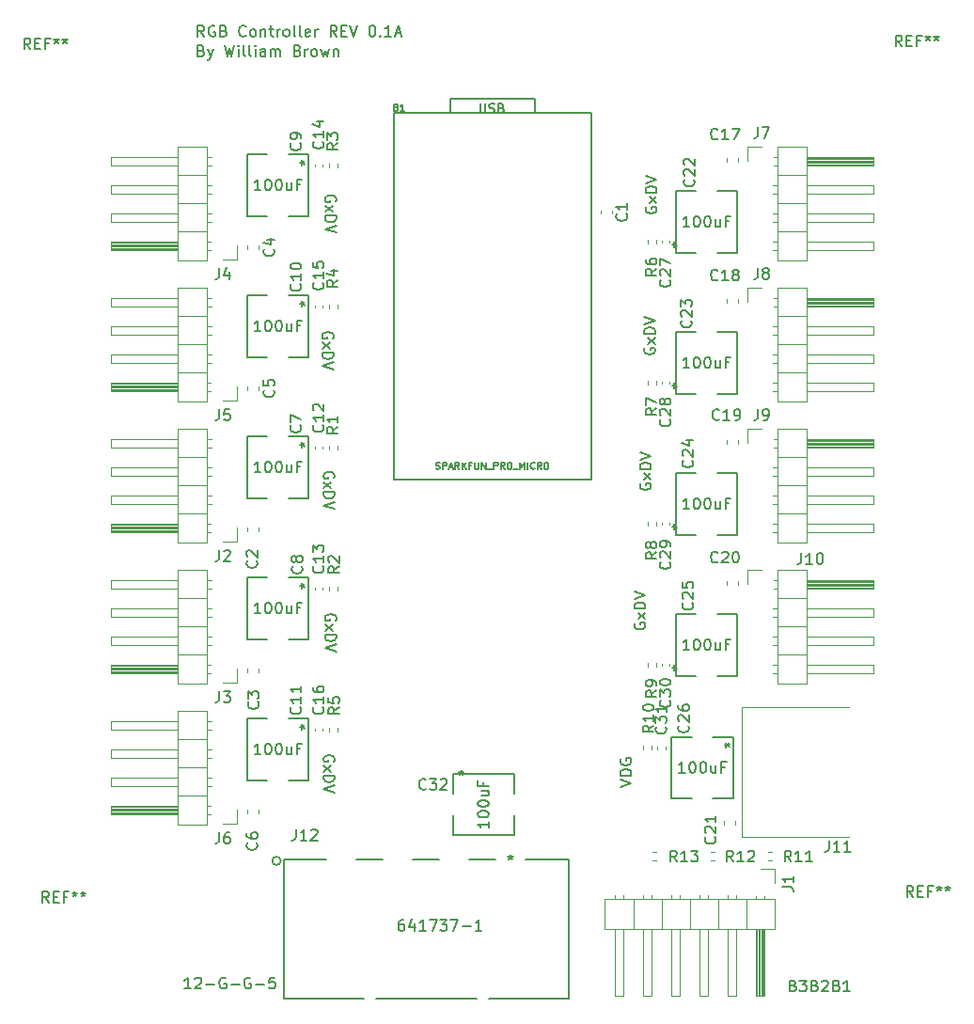
<source format=gbr>
%TF.GenerationSoftware,KiCad,Pcbnew,(5.1.7)-1*%
%TF.CreationDate,2020-11-16T09:35:31-07:00*%
%TF.ProjectId,RGB Controller,52474220-436f-46e7-9472-6f6c6c65722e,rev?*%
%TF.SameCoordinates,Original*%
%TF.FileFunction,Legend,Top*%
%TF.FilePolarity,Positive*%
%FSLAX46Y46*%
G04 Gerber Fmt 4.6, Leading zero omitted, Abs format (unit mm)*
G04 Created by KiCad (PCBNEW (5.1.7)-1) date 2020-11-16 09:35:31*
%MOMM*%
%LPD*%
G01*
G04 APERTURE LIST*
%ADD10C,0.150000*%
%ADD11C,0.127000*%
%ADD12C,0.120000*%
%ADD13C,0.152400*%
G04 APERTURE END LIST*
D10*
X160456857Y-138231571D02*
X160599714Y-138279190D01*
X160647333Y-138326809D01*
X160694952Y-138422047D01*
X160694952Y-138564904D01*
X160647333Y-138660142D01*
X160599714Y-138707761D01*
X160504476Y-138755380D01*
X160123523Y-138755380D01*
X160123523Y-137755380D01*
X160456857Y-137755380D01*
X160552095Y-137803000D01*
X160599714Y-137850619D01*
X160647333Y-137945857D01*
X160647333Y-138041095D01*
X160599714Y-138136333D01*
X160552095Y-138183952D01*
X160456857Y-138231571D01*
X160123523Y-138231571D01*
X161028285Y-137755380D02*
X161647333Y-137755380D01*
X161314000Y-138136333D01*
X161456857Y-138136333D01*
X161552095Y-138183952D01*
X161599714Y-138231571D01*
X161647333Y-138326809D01*
X161647333Y-138564904D01*
X161599714Y-138660142D01*
X161552095Y-138707761D01*
X161456857Y-138755380D01*
X161171142Y-138755380D01*
X161075904Y-138707761D01*
X161028285Y-138660142D01*
X162409238Y-138231571D02*
X162552095Y-138279190D01*
X162599714Y-138326809D01*
X162647333Y-138422047D01*
X162647333Y-138564904D01*
X162599714Y-138660142D01*
X162552095Y-138707761D01*
X162456857Y-138755380D01*
X162075904Y-138755380D01*
X162075904Y-137755380D01*
X162409238Y-137755380D01*
X162504476Y-137803000D01*
X162552095Y-137850619D01*
X162599714Y-137945857D01*
X162599714Y-138041095D01*
X162552095Y-138136333D01*
X162504476Y-138183952D01*
X162409238Y-138231571D01*
X162075904Y-138231571D01*
X163028285Y-137850619D02*
X163075904Y-137803000D01*
X163171142Y-137755380D01*
X163409238Y-137755380D01*
X163504476Y-137803000D01*
X163552095Y-137850619D01*
X163599714Y-137945857D01*
X163599714Y-138041095D01*
X163552095Y-138183952D01*
X162980666Y-138755380D01*
X163599714Y-138755380D01*
X164361619Y-138231571D02*
X164504476Y-138279190D01*
X164552095Y-138326809D01*
X164599714Y-138422047D01*
X164599714Y-138564904D01*
X164552095Y-138660142D01*
X164504476Y-138707761D01*
X164409238Y-138755380D01*
X164028285Y-138755380D01*
X164028285Y-137755380D01*
X164361619Y-137755380D01*
X164456857Y-137803000D01*
X164504476Y-137850619D01*
X164552095Y-137945857D01*
X164552095Y-138041095D01*
X164504476Y-138136333D01*
X164456857Y-138183952D01*
X164361619Y-138231571D01*
X164028285Y-138231571D01*
X165552095Y-138755380D02*
X164980666Y-138755380D01*
X165266380Y-138755380D02*
X165266380Y-137755380D01*
X165171142Y-137898238D01*
X165075904Y-137993476D01*
X164980666Y-138041095D01*
X106204190Y-138501380D02*
X105632761Y-138501380D01*
X105918476Y-138501380D02*
X105918476Y-137501380D01*
X105823238Y-137644238D01*
X105728000Y-137739476D01*
X105632761Y-137787095D01*
X106585142Y-137596619D02*
X106632761Y-137549000D01*
X106728000Y-137501380D01*
X106966095Y-137501380D01*
X107061333Y-137549000D01*
X107108952Y-137596619D01*
X107156571Y-137691857D01*
X107156571Y-137787095D01*
X107108952Y-137929952D01*
X106537523Y-138501380D01*
X107156571Y-138501380D01*
X107585142Y-138120428D02*
X108347047Y-138120428D01*
X109347047Y-137549000D02*
X109251809Y-137501380D01*
X109108952Y-137501380D01*
X108966095Y-137549000D01*
X108870857Y-137644238D01*
X108823238Y-137739476D01*
X108775619Y-137929952D01*
X108775619Y-138072809D01*
X108823238Y-138263285D01*
X108870857Y-138358523D01*
X108966095Y-138453761D01*
X109108952Y-138501380D01*
X109204190Y-138501380D01*
X109347047Y-138453761D01*
X109394666Y-138406142D01*
X109394666Y-138072809D01*
X109204190Y-138072809D01*
X109823238Y-138120428D02*
X110585142Y-138120428D01*
X111585142Y-137549000D02*
X111489904Y-137501380D01*
X111347047Y-137501380D01*
X111204190Y-137549000D01*
X111108952Y-137644238D01*
X111061333Y-137739476D01*
X111013714Y-137929952D01*
X111013714Y-138072809D01*
X111061333Y-138263285D01*
X111108952Y-138358523D01*
X111204190Y-138453761D01*
X111347047Y-138501380D01*
X111442285Y-138501380D01*
X111585142Y-138453761D01*
X111632761Y-138406142D01*
X111632761Y-138072809D01*
X111442285Y-138072809D01*
X112061333Y-138120428D02*
X112823238Y-138120428D01*
X113775619Y-137501380D02*
X113299428Y-137501380D01*
X113251809Y-137977571D01*
X113299428Y-137929952D01*
X113394666Y-137882333D01*
X113632761Y-137882333D01*
X113728000Y-137929952D01*
X113775619Y-137977571D01*
X113823238Y-138072809D01*
X113823238Y-138310904D01*
X113775619Y-138406142D01*
X113728000Y-138453761D01*
X113632761Y-138501380D01*
X113394666Y-138501380D01*
X113299428Y-138453761D01*
X113251809Y-138406142D01*
X119118000Y-118054571D02*
X119165619Y-117959333D01*
X119165619Y-117816476D01*
X119118000Y-117673619D01*
X119022761Y-117578380D01*
X118927523Y-117530761D01*
X118737047Y-117483142D01*
X118594190Y-117483142D01*
X118403714Y-117530761D01*
X118308476Y-117578380D01*
X118213238Y-117673619D01*
X118165619Y-117816476D01*
X118165619Y-117911714D01*
X118213238Y-118054571D01*
X118260857Y-118102190D01*
X118594190Y-118102190D01*
X118594190Y-117911714D01*
X118165619Y-118435523D02*
X118832285Y-118959333D01*
X118832285Y-118435523D02*
X118165619Y-118959333D01*
X118165619Y-119340285D02*
X119165619Y-119340285D01*
X119165619Y-119578380D01*
X119118000Y-119721238D01*
X119022761Y-119816476D01*
X118927523Y-119864095D01*
X118737047Y-119911714D01*
X118594190Y-119911714D01*
X118403714Y-119864095D01*
X118308476Y-119816476D01*
X118213238Y-119721238D01*
X118165619Y-119578380D01*
X118165619Y-119340285D01*
X119165619Y-120197428D02*
X118165619Y-120530761D01*
X119165619Y-120864095D01*
X119245000Y-105354571D02*
X119292619Y-105259333D01*
X119292619Y-105116476D01*
X119245000Y-104973619D01*
X119149761Y-104878380D01*
X119054523Y-104830761D01*
X118864047Y-104783142D01*
X118721190Y-104783142D01*
X118530714Y-104830761D01*
X118435476Y-104878380D01*
X118340238Y-104973619D01*
X118292619Y-105116476D01*
X118292619Y-105211714D01*
X118340238Y-105354571D01*
X118387857Y-105402190D01*
X118721190Y-105402190D01*
X118721190Y-105211714D01*
X118292619Y-105735523D02*
X118959285Y-106259333D01*
X118959285Y-105735523D02*
X118292619Y-106259333D01*
X118292619Y-106640285D02*
X119292619Y-106640285D01*
X119292619Y-106878380D01*
X119245000Y-107021238D01*
X119149761Y-107116476D01*
X119054523Y-107164095D01*
X118864047Y-107211714D01*
X118721190Y-107211714D01*
X118530714Y-107164095D01*
X118435476Y-107116476D01*
X118340238Y-107021238D01*
X118292619Y-106878380D01*
X118292619Y-106640285D01*
X119292619Y-107497428D02*
X118292619Y-107830761D01*
X119292619Y-108164095D01*
X119118000Y-92527571D02*
X119165619Y-92432333D01*
X119165619Y-92289476D01*
X119118000Y-92146619D01*
X119022761Y-92051380D01*
X118927523Y-92003761D01*
X118737047Y-91956142D01*
X118594190Y-91956142D01*
X118403714Y-92003761D01*
X118308476Y-92051380D01*
X118213238Y-92146619D01*
X118165619Y-92289476D01*
X118165619Y-92384714D01*
X118213238Y-92527571D01*
X118260857Y-92575190D01*
X118594190Y-92575190D01*
X118594190Y-92384714D01*
X118165619Y-92908523D02*
X118832285Y-93432333D01*
X118832285Y-92908523D02*
X118165619Y-93432333D01*
X118165619Y-93813285D02*
X119165619Y-93813285D01*
X119165619Y-94051380D01*
X119118000Y-94194238D01*
X119022761Y-94289476D01*
X118927523Y-94337095D01*
X118737047Y-94384714D01*
X118594190Y-94384714D01*
X118403714Y-94337095D01*
X118308476Y-94289476D01*
X118213238Y-94194238D01*
X118165619Y-94051380D01*
X118165619Y-93813285D01*
X119165619Y-94670428D02*
X118165619Y-95003761D01*
X119165619Y-95337095D01*
X118991000Y-79954571D02*
X119038619Y-79859333D01*
X119038619Y-79716476D01*
X118991000Y-79573619D01*
X118895761Y-79478380D01*
X118800523Y-79430761D01*
X118610047Y-79383142D01*
X118467190Y-79383142D01*
X118276714Y-79430761D01*
X118181476Y-79478380D01*
X118086238Y-79573619D01*
X118038619Y-79716476D01*
X118038619Y-79811714D01*
X118086238Y-79954571D01*
X118133857Y-80002190D01*
X118467190Y-80002190D01*
X118467190Y-79811714D01*
X118038619Y-80335523D02*
X118705285Y-80859333D01*
X118705285Y-80335523D02*
X118038619Y-80859333D01*
X118038619Y-81240285D02*
X119038619Y-81240285D01*
X119038619Y-81478380D01*
X118991000Y-81621238D01*
X118895761Y-81716476D01*
X118800523Y-81764095D01*
X118610047Y-81811714D01*
X118467190Y-81811714D01*
X118276714Y-81764095D01*
X118181476Y-81716476D01*
X118086238Y-81621238D01*
X118038619Y-81478380D01*
X118038619Y-81240285D01*
X119038619Y-82097428D02*
X118038619Y-82430761D01*
X119038619Y-82764095D01*
X119245000Y-67635571D02*
X119292619Y-67540333D01*
X119292619Y-67397476D01*
X119245000Y-67254619D01*
X119149761Y-67159380D01*
X119054523Y-67111761D01*
X118864047Y-67064142D01*
X118721190Y-67064142D01*
X118530714Y-67111761D01*
X118435476Y-67159380D01*
X118340238Y-67254619D01*
X118292619Y-67397476D01*
X118292619Y-67492714D01*
X118340238Y-67635571D01*
X118387857Y-67683190D01*
X118721190Y-67683190D01*
X118721190Y-67492714D01*
X118292619Y-68016523D02*
X118959285Y-68540333D01*
X118959285Y-68016523D02*
X118292619Y-68540333D01*
X118292619Y-68921285D02*
X119292619Y-68921285D01*
X119292619Y-69159380D01*
X119245000Y-69302238D01*
X119149761Y-69397476D01*
X119054523Y-69445095D01*
X118864047Y-69492714D01*
X118721190Y-69492714D01*
X118530714Y-69445095D01*
X118435476Y-69397476D01*
X118340238Y-69302238D01*
X118292619Y-69159380D01*
X118292619Y-68921285D01*
X119292619Y-69778428D02*
X118292619Y-70111761D01*
X119292619Y-70445095D01*
X147201000Y-68127428D02*
X147153380Y-68222666D01*
X147153380Y-68365523D01*
X147201000Y-68508380D01*
X147296238Y-68603619D01*
X147391476Y-68651238D01*
X147581952Y-68698857D01*
X147724809Y-68698857D01*
X147915285Y-68651238D01*
X148010523Y-68603619D01*
X148105761Y-68508380D01*
X148153380Y-68365523D01*
X148153380Y-68270285D01*
X148105761Y-68127428D01*
X148058142Y-68079809D01*
X147724809Y-68079809D01*
X147724809Y-68270285D01*
X148153380Y-67746476D02*
X147486714Y-67222666D01*
X147486714Y-67746476D02*
X148153380Y-67222666D01*
X148153380Y-66841714D02*
X147153380Y-66841714D01*
X147153380Y-66603619D01*
X147201000Y-66460761D01*
X147296238Y-66365523D01*
X147391476Y-66317904D01*
X147581952Y-66270285D01*
X147724809Y-66270285D01*
X147915285Y-66317904D01*
X148010523Y-66365523D01*
X148105761Y-66460761D01*
X148153380Y-66603619D01*
X148153380Y-66841714D01*
X147153380Y-65984571D02*
X148153380Y-65651238D01*
X147153380Y-65317904D01*
X147074000Y-80827428D02*
X147026380Y-80922666D01*
X147026380Y-81065523D01*
X147074000Y-81208380D01*
X147169238Y-81303619D01*
X147264476Y-81351238D01*
X147454952Y-81398857D01*
X147597809Y-81398857D01*
X147788285Y-81351238D01*
X147883523Y-81303619D01*
X147978761Y-81208380D01*
X148026380Y-81065523D01*
X148026380Y-80970285D01*
X147978761Y-80827428D01*
X147931142Y-80779809D01*
X147597809Y-80779809D01*
X147597809Y-80970285D01*
X148026380Y-80446476D02*
X147359714Y-79922666D01*
X147359714Y-80446476D02*
X148026380Y-79922666D01*
X148026380Y-79541714D02*
X147026380Y-79541714D01*
X147026380Y-79303619D01*
X147074000Y-79160761D01*
X147169238Y-79065523D01*
X147264476Y-79017904D01*
X147454952Y-78970285D01*
X147597809Y-78970285D01*
X147788285Y-79017904D01*
X147883523Y-79065523D01*
X147978761Y-79160761D01*
X148026380Y-79303619D01*
X148026380Y-79541714D01*
X147026380Y-78684571D02*
X148026380Y-78351238D01*
X147026380Y-78017904D01*
X146693000Y-93019428D02*
X146645380Y-93114666D01*
X146645380Y-93257523D01*
X146693000Y-93400380D01*
X146788238Y-93495619D01*
X146883476Y-93543238D01*
X147073952Y-93590857D01*
X147216809Y-93590857D01*
X147407285Y-93543238D01*
X147502523Y-93495619D01*
X147597761Y-93400380D01*
X147645380Y-93257523D01*
X147645380Y-93162285D01*
X147597761Y-93019428D01*
X147550142Y-92971809D01*
X147216809Y-92971809D01*
X147216809Y-93162285D01*
X147645380Y-92638476D02*
X146978714Y-92114666D01*
X146978714Y-92638476D02*
X147645380Y-92114666D01*
X147645380Y-91733714D02*
X146645380Y-91733714D01*
X146645380Y-91495619D01*
X146693000Y-91352761D01*
X146788238Y-91257523D01*
X146883476Y-91209904D01*
X147073952Y-91162285D01*
X147216809Y-91162285D01*
X147407285Y-91209904D01*
X147502523Y-91257523D01*
X147597761Y-91352761D01*
X147645380Y-91495619D01*
X147645380Y-91733714D01*
X146645380Y-90876571D02*
X147645380Y-90543238D01*
X146645380Y-90209904D01*
X146185000Y-105592428D02*
X146137380Y-105687666D01*
X146137380Y-105830523D01*
X146185000Y-105973380D01*
X146280238Y-106068619D01*
X146375476Y-106116238D01*
X146565952Y-106163857D01*
X146708809Y-106163857D01*
X146899285Y-106116238D01*
X146994523Y-106068619D01*
X147089761Y-105973380D01*
X147137380Y-105830523D01*
X147137380Y-105735285D01*
X147089761Y-105592428D01*
X147042142Y-105544809D01*
X146708809Y-105544809D01*
X146708809Y-105735285D01*
X147137380Y-105211476D02*
X146470714Y-104687666D01*
X146470714Y-105211476D02*
X147137380Y-104687666D01*
X147137380Y-104306714D02*
X146137380Y-104306714D01*
X146137380Y-104068619D01*
X146185000Y-103925761D01*
X146280238Y-103830523D01*
X146375476Y-103782904D01*
X146565952Y-103735285D01*
X146708809Y-103735285D01*
X146899285Y-103782904D01*
X146994523Y-103830523D01*
X147089761Y-103925761D01*
X147137380Y-104068619D01*
X147137380Y-104306714D01*
X146137380Y-103449571D02*
X147137380Y-103116238D01*
X146137380Y-102782904D01*
X144867380Y-120332333D02*
X145867380Y-119999000D01*
X144867380Y-119665666D01*
X145867380Y-119332333D02*
X144867380Y-119332333D01*
X144867380Y-119094238D01*
X144915000Y-118951380D01*
X145010238Y-118856142D01*
X145105476Y-118808523D01*
X145295952Y-118760904D01*
X145438809Y-118760904D01*
X145629285Y-118808523D01*
X145724523Y-118856142D01*
X145819761Y-118951380D01*
X145867380Y-119094238D01*
X145867380Y-119332333D01*
X144915000Y-117808523D02*
X144867380Y-117903761D01*
X144867380Y-118046619D01*
X144915000Y-118189476D01*
X145010238Y-118284714D01*
X145105476Y-118332333D01*
X145295952Y-118379952D01*
X145438809Y-118379952D01*
X145629285Y-118332333D01*
X145724523Y-118284714D01*
X145819761Y-118189476D01*
X145867380Y-118046619D01*
X145867380Y-117951380D01*
X145819761Y-117808523D01*
X145772142Y-117760904D01*
X145438809Y-117760904D01*
X145438809Y-117951380D01*
X107157000Y-54030571D02*
X107299857Y-54078190D01*
X107347476Y-54125809D01*
X107395095Y-54221047D01*
X107395095Y-54363904D01*
X107347476Y-54459142D01*
X107299857Y-54506761D01*
X107204619Y-54554380D01*
X106823666Y-54554380D01*
X106823666Y-53554380D01*
X107157000Y-53554380D01*
X107252238Y-53602000D01*
X107299857Y-53649619D01*
X107347476Y-53744857D01*
X107347476Y-53840095D01*
X107299857Y-53935333D01*
X107252238Y-53982952D01*
X107157000Y-54030571D01*
X106823666Y-54030571D01*
X107728428Y-53887714D02*
X107966523Y-54554380D01*
X108204619Y-53887714D02*
X107966523Y-54554380D01*
X107871285Y-54792476D01*
X107823666Y-54840095D01*
X107728428Y-54887714D01*
X109252238Y-53554380D02*
X109490333Y-54554380D01*
X109680809Y-53840095D01*
X109871285Y-54554380D01*
X110109380Y-53554380D01*
X110490333Y-54554380D02*
X110490333Y-53887714D01*
X110490333Y-53554380D02*
X110442714Y-53602000D01*
X110490333Y-53649619D01*
X110537952Y-53602000D01*
X110490333Y-53554380D01*
X110490333Y-53649619D01*
X111109380Y-54554380D02*
X111014142Y-54506761D01*
X110966523Y-54411523D01*
X110966523Y-53554380D01*
X111633190Y-54554380D02*
X111537952Y-54506761D01*
X111490333Y-54411523D01*
X111490333Y-53554380D01*
X112014142Y-54554380D02*
X112014142Y-53887714D01*
X112014142Y-53554380D02*
X111966523Y-53602000D01*
X112014142Y-53649619D01*
X112061761Y-53602000D01*
X112014142Y-53554380D01*
X112014142Y-53649619D01*
X112918904Y-54554380D02*
X112918904Y-54030571D01*
X112871285Y-53935333D01*
X112776047Y-53887714D01*
X112585571Y-53887714D01*
X112490333Y-53935333D01*
X112918904Y-54506761D02*
X112823666Y-54554380D01*
X112585571Y-54554380D01*
X112490333Y-54506761D01*
X112442714Y-54411523D01*
X112442714Y-54316285D01*
X112490333Y-54221047D01*
X112585571Y-54173428D01*
X112823666Y-54173428D01*
X112918904Y-54125809D01*
X113395095Y-54554380D02*
X113395095Y-53887714D01*
X113395095Y-53982952D02*
X113442714Y-53935333D01*
X113537952Y-53887714D01*
X113680809Y-53887714D01*
X113776047Y-53935333D01*
X113823666Y-54030571D01*
X113823666Y-54554380D01*
X113823666Y-54030571D02*
X113871285Y-53935333D01*
X113966523Y-53887714D01*
X114109380Y-53887714D01*
X114204619Y-53935333D01*
X114252238Y-54030571D01*
X114252238Y-54554380D01*
X115823666Y-54030571D02*
X115966523Y-54078190D01*
X116014142Y-54125809D01*
X116061761Y-54221047D01*
X116061761Y-54363904D01*
X116014142Y-54459142D01*
X115966523Y-54506761D01*
X115871285Y-54554380D01*
X115490333Y-54554380D01*
X115490333Y-53554380D01*
X115823666Y-53554380D01*
X115918904Y-53602000D01*
X115966523Y-53649619D01*
X116014142Y-53744857D01*
X116014142Y-53840095D01*
X115966523Y-53935333D01*
X115918904Y-53982952D01*
X115823666Y-54030571D01*
X115490333Y-54030571D01*
X116490333Y-54554380D02*
X116490333Y-53887714D01*
X116490333Y-54078190D02*
X116537952Y-53982952D01*
X116585571Y-53935333D01*
X116680809Y-53887714D01*
X116776047Y-53887714D01*
X117252238Y-54554380D02*
X117157000Y-54506761D01*
X117109380Y-54459142D01*
X117061761Y-54363904D01*
X117061761Y-54078190D01*
X117109380Y-53982952D01*
X117157000Y-53935333D01*
X117252238Y-53887714D01*
X117395095Y-53887714D01*
X117490333Y-53935333D01*
X117537952Y-53982952D01*
X117585571Y-54078190D01*
X117585571Y-54363904D01*
X117537952Y-54459142D01*
X117490333Y-54506761D01*
X117395095Y-54554380D01*
X117252238Y-54554380D01*
X117918904Y-53887714D02*
X118109380Y-54554380D01*
X118299857Y-54078190D01*
X118490333Y-54554380D01*
X118680809Y-53887714D01*
X119061761Y-53887714D02*
X119061761Y-54554380D01*
X119061761Y-53982952D02*
X119109380Y-53935333D01*
X119204619Y-53887714D01*
X119347476Y-53887714D01*
X119442714Y-53935333D01*
X119490333Y-54030571D01*
X119490333Y-54554380D01*
X107403380Y-52776380D02*
X107070047Y-52300190D01*
X106831952Y-52776380D02*
X106831952Y-51776380D01*
X107212904Y-51776380D01*
X107308142Y-51824000D01*
X107355761Y-51871619D01*
X107403380Y-51966857D01*
X107403380Y-52109714D01*
X107355761Y-52204952D01*
X107308142Y-52252571D01*
X107212904Y-52300190D01*
X106831952Y-52300190D01*
X108355761Y-51824000D02*
X108260523Y-51776380D01*
X108117666Y-51776380D01*
X107974809Y-51824000D01*
X107879571Y-51919238D01*
X107831952Y-52014476D01*
X107784333Y-52204952D01*
X107784333Y-52347809D01*
X107831952Y-52538285D01*
X107879571Y-52633523D01*
X107974809Y-52728761D01*
X108117666Y-52776380D01*
X108212904Y-52776380D01*
X108355761Y-52728761D01*
X108403380Y-52681142D01*
X108403380Y-52347809D01*
X108212904Y-52347809D01*
X109165285Y-52252571D02*
X109308142Y-52300190D01*
X109355761Y-52347809D01*
X109403380Y-52443047D01*
X109403380Y-52585904D01*
X109355761Y-52681142D01*
X109308142Y-52728761D01*
X109212904Y-52776380D01*
X108831952Y-52776380D01*
X108831952Y-51776380D01*
X109165285Y-51776380D01*
X109260523Y-51824000D01*
X109308142Y-51871619D01*
X109355761Y-51966857D01*
X109355761Y-52062095D01*
X109308142Y-52157333D01*
X109260523Y-52204952D01*
X109165285Y-52252571D01*
X108831952Y-52252571D01*
X111165285Y-52681142D02*
X111117666Y-52728761D01*
X110974809Y-52776380D01*
X110879571Y-52776380D01*
X110736714Y-52728761D01*
X110641476Y-52633523D01*
X110593857Y-52538285D01*
X110546238Y-52347809D01*
X110546238Y-52204952D01*
X110593857Y-52014476D01*
X110641476Y-51919238D01*
X110736714Y-51824000D01*
X110879571Y-51776380D01*
X110974809Y-51776380D01*
X111117666Y-51824000D01*
X111165285Y-51871619D01*
X111736714Y-52776380D02*
X111641476Y-52728761D01*
X111593857Y-52681142D01*
X111546238Y-52585904D01*
X111546238Y-52300190D01*
X111593857Y-52204952D01*
X111641476Y-52157333D01*
X111736714Y-52109714D01*
X111879571Y-52109714D01*
X111974809Y-52157333D01*
X112022428Y-52204952D01*
X112070047Y-52300190D01*
X112070047Y-52585904D01*
X112022428Y-52681142D01*
X111974809Y-52728761D01*
X111879571Y-52776380D01*
X111736714Y-52776380D01*
X112498619Y-52109714D02*
X112498619Y-52776380D01*
X112498619Y-52204952D02*
X112546238Y-52157333D01*
X112641476Y-52109714D01*
X112784333Y-52109714D01*
X112879571Y-52157333D01*
X112927190Y-52252571D01*
X112927190Y-52776380D01*
X113260523Y-52109714D02*
X113641476Y-52109714D01*
X113403380Y-51776380D02*
X113403380Y-52633523D01*
X113450999Y-52728761D01*
X113546238Y-52776380D01*
X113641476Y-52776380D01*
X113974809Y-52776380D02*
X113974809Y-52109714D01*
X113974809Y-52300190D02*
X114022428Y-52204952D01*
X114070047Y-52157333D01*
X114165285Y-52109714D01*
X114260523Y-52109714D01*
X114736714Y-52776380D02*
X114641476Y-52728761D01*
X114593857Y-52681142D01*
X114546238Y-52585904D01*
X114546238Y-52300190D01*
X114593857Y-52204952D01*
X114641476Y-52157333D01*
X114736714Y-52109714D01*
X114879571Y-52109714D01*
X114974809Y-52157333D01*
X115022428Y-52204952D01*
X115070047Y-52300190D01*
X115070047Y-52585904D01*
X115022428Y-52681142D01*
X114974809Y-52728761D01*
X114879571Y-52776380D01*
X114736714Y-52776380D01*
X115641476Y-52776380D02*
X115546238Y-52728761D01*
X115498619Y-52633523D01*
X115498619Y-51776380D01*
X116165285Y-52776380D02*
X116070047Y-52728761D01*
X116022428Y-52633523D01*
X116022428Y-51776380D01*
X116927190Y-52728761D02*
X116831952Y-52776380D01*
X116641476Y-52776380D01*
X116546238Y-52728761D01*
X116498619Y-52633523D01*
X116498619Y-52252571D01*
X116546238Y-52157333D01*
X116641476Y-52109714D01*
X116831952Y-52109714D01*
X116927190Y-52157333D01*
X116974809Y-52252571D01*
X116974809Y-52347809D01*
X116498619Y-52443047D01*
X117403380Y-52776380D02*
X117403380Y-52109714D01*
X117403380Y-52300190D02*
X117451000Y-52204952D01*
X117498619Y-52157333D01*
X117593857Y-52109714D01*
X117689095Y-52109714D01*
X119355761Y-52776380D02*
X119022428Y-52300190D01*
X118784333Y-52776380D02*
X118784333Y-51776380D01*
X119165285Y-51776380D01*
X119260523Y-51824000D01*
X119308142Y-51871619D01*
X119355761Y-51966857D01*
X119355761Y-52109714D01*
X119308142Y-52204952D01*
X119260523Y-52252571D01*
X119165285Y-52300190D01*
X118784333Y-52300190D01*
X119784333Y-52252571D02*
X120117666Y-52252571D01*
X120260523Y-52776380D02*
X119784333Y-52776380D01*
X119784333Y-51776380D01*
X120260523Y-51776380D01*
X120546238Y-51776380D02*
X120879571Y-52776380D01*
X121212904Y-51776380D01*
X122498619Y-51776380D02*
X122593857Y-51776380D01*
X122689095Y-51824000D01*
X122736714Y-51871619D01*
X122784333Y-51966857D01*
X122831952Y-52157333D01*
X122831952Y-52395428D01*
X122784333Y-52585904D01*
X122736714Y-52681142D01*
X122689095Y-52728761D01*
X122593857Y-52776380D01*
X122498619Y-52776380D01*
X122403380Y-52728761D01*
X122355761Y-52681142D01*
X122308142Y-52585904D01*
X122260523Y-52395428D01*
X122260523Y-52157333D01*
X122308142Y-51966857D01*
X122355761Y-51871619D01*
X122403380Y-51824000D01*
X122498619Y-51776380D01*
X123260523Y-52681142D02*
X123308142Y-52728761D01*
X123260523Y-52776380D01*
X123212904Y-52728761D01*
X123260523Y-52681142D01*
X123260523Y-52776380D01*
X124260523Y-52776380D02*
X123689095Y-52776380D01*
X123974809Y-52776380D02*
X123974809Y-51776380D01*
X123879571Y-51919238D01*
X123784333Y-52014476D01*
X123689095Y-52062095D01*
X124641476Y-52490666D02*
X125117666Y-52490666D01*
X124546238Y-52776380D02*
X124879571Y-51776380D01*
X125212904Y-52776380D01*
D11*
%TO.C,B1*%
X124460000Y-59690000D02*
X124460000Y-92710000D01*
X124460000Y-92710000D02*
X142240000Y-92710000D01*
X142240000Y-92710000D02*
X142240000Y-59690000D01*
X142240000Y-59690000D02*
X124460000Y-59690000D01*
X129540000Y-59690000D02*
X129540000Y-58420000D01*
X129540000Y-58420000D02*
X137160000Y-58420000D01*
X137160000Y-58420000D02*
X137160000Y-59690000D01*
D12*
%TO.C,C21*%
X155196000Y-123424733D02*
X155196000Y-123717267D01*
X154176000Y-123424733D02*
X154176000Y-123717267D01*
D13*
%TO.C,C8*%
X113103660Y-101485700D02*
X111264700Y-101485700D01*
X114988340Y-107048300D02*
X116827300Y-107048300D01*
X111264700Y-107048300D02*
X113103660Y-107048300D01*
X111264700Y-101485700D02*
X111264700Y-107048300D01*
X116827300Y-101485700D02*
X114988340Y-101485700D01*
X116827300Y-107048300D02*
X116827300Y-101485700D01*
D12*
%TO.C,C1*%
X144147000Y-68433733D02*
X144147000Y-68726267D01*
X143127000Y-68433733D02*
X143127000Y-68726267D01*
%TO.C,C2*%
X111250000Y-97301267D02*
X111250000Y-97008733D01*
X112270000Y-97301267D02*
X112270000Y-97008733D01*
%TO.C,C3*%
X111250000Y-110001267D02*
X111250000Y-109708733D01*
X112270000Y-110001267D02*
X112270000Y-109708733D01*
%TO.C,C4*%
X111250000Y-71901267D02*
X111250000Y-71608733D01*
X112270000Y-71901267D02*
X112270000Y-71608733D01*
%TO.C,C5*%
X111250000Y-84601267D02*
X111250000Y-84308733D01*
X112270000Y-84601267D02*
X112270000Y-84308733D01*
%TO.C,C6*%
X111250000Y-122701267D02*
X111250000Y-122408733D01*
X112270000Y-122701267D02*
X112270000Y-122408733D01*
D13*
%TO.C,C7*%
X113103660Y-88785700D02*
X111264700Y-88785700D01*
X114988340Y-94348300D02*
X116827300Y-94348300D01*
X111264700Y-94348300D02*
X113103660Y-94348300D01*
X111264700Y-88785700D02*
X111264700Y-94348300D01*
X116827300Y-88785700D02*
X114988340Y-88785700D01*
X116827300Y-94348300D02*
X116827300Y-88785700D01*
%TO.C,C9*%
X113103660Y-63385700D02*
X111264700Y-63385700D01*
X114988340Y-68948300D02*
X116827300Y-68948300D01*
X111264700Y-68948300D02*
X113103660Y-68948300D01*
X111264700Y-63385700D02*
X111264700Y-68948300D01*
X116827300Y-63385700D02*
X114988340Y-63385700D01*
X116827300Y-68948300D02*
X116827300Y-63385700D01*
%TO.C,C10*%
X113103660Y-76085700D02*
X111264700Y-76085700D01*
X114988340Y-81648300D02*
X116827300Y-81648300D01*
X111264700Y-81648300D02*
X113103660Y-81648300D01*
X111264700Y-76085700D02*
X111264700Y-81648300D01*
X116827300Y-76085700D02*
X114988340Y-76085700D01*
X116827300Y-81648300D02*
X116827300Y-76085700D01*
%TO.C,C11*%
X113103660Y-114185700D02*
X111264700Y-114185700D01*
X114988340Y-119748300D02*
X116827300Y-119748300D01*
X111264700Y-119748300D02*
X113103660Y-119748300D01*
X111264700Y-114185700D02*
X111264700Y-119748300D01*
X116827300Y-114185700D02*
X114988340Y-114185700D01*
X116827300Y-119748300D02*
X116827300Y-114185700D01*
D12*
%TO.C,C12*%
X117369000Y-89904835D02*
X117369000Y-89673165D01*
X118089000Y-89904835D02*
X118089000Y-89673165D01*
%TO.C,C13*%
X117369000Y-102604835D02*
X117369000Y-102373165D01*
X118089000Y-102604835D02*
X118089000Y-102373165D01*
%TO.C,C14*%
X117369000Y-64504835D02*
X117369000Y-64273165D01*
X118089000Y-64504835D02*
X118089000Y-64273165D01*
%TO.C,C15*%
X117369000Y-77204835D02*
X117369000Y-76973165D01*
X118089000Y-77204835D02*
X118089000Y-76973165D01*
%TO.C,C16*%
X117369000Y-115304835D02*
X117369000Y-115073165D01*
X118089000Y-115304835D02*
X118089000Y-115073165D01*
%TO.C,C17*%
X155450000Y-63734733D02*
X155450000Y-64027267D01*
X154430000Y-63734733D02*
X154430000Y-64027267D01*
%TO.C,C18*%
X155450000Y-76434733D02*
X155450000Y-76727267D01*
X154430000Y-76434733D02*
X154430000Y-76727267D01*
%TO.C,C19*%
X155450000Y-89134733D02*
X155450000Y-89427267D01*
X154430000Y-89134733D02*
X154430000Y-89427267D01*
%TO.C,C20*%
X155450000Y-101834733D02*
X155450000Y-102127267D01*
X154430000Y-101834733D02*
X154430000Y-102127267D01*
D13*
%TO.C,C22*%
X153596340Y-72250300D02*
X155435300Y-72250300D01*
X151711660Y-66687700D02*
X149872700Y-66687700D01*
X155435300Y-66687700D02*
X153596340Y-66687700D01*
X155435300Y-72250300D02*
X155435300Y-66687700D01*
X149872700Y-72250300D02*
X151711660Y-72250300D01*
X149872700Y-66687700D02*
X149872700Y-72250300D01*
%TO.C,C23*%
X153596340Y-84950300D02*
X155435300Y-84950300D01*
X151711660Y-79387700D02*
X149872700Y-79387700D01*
X155435300Y-79387700D02*
X153596340Y-79387700D01*
X155435300Y-84950300D02*
X155435300Y-79387700D01*
X149872700Y-84950300D02*
X151711660Y-84950300D01*
X149872700Y-79387700D02*
X149872700Y-84950300D01*
%TO.C,C24*%
X153596340Y-97650300D02*
X155435300Y-97650300D01*
X151711660Y-92087700D02*
X149872700Y-92087700D01*
X155435300Y-92087700D02*
X153596340Y-92087700D01*
X155435300Y-97650300D02*
X155435300Y-92087700D01*
X149872700Y-97650300D02*
X151711660Y-97650300D01*
X149872700Y-92087700D02*
X149872700Y-97650300D01*
%TO.C,C25*%
X153596340Y-110350300D02*
X155435300Y-110350300D01*
X151711660Y-104787700D02*
X149872700Y-104787700D01*
X155435300Y-104787700D02*
X153596340Y-104787700D01*
X155435300Y-110350300D02*
X155435300Y-104787700D01*
X149872700Y-110350300D02*
X151711660Y-110350300D01*
X149872700Y-104787700D02*
X149872700Y-110350300D01*
%TO.C,C26*%
X151330660Y-115836700D02*
X149491700Y-115836700D01*
X153215340Y-121399300D02*
X155054300Y-121399300D01*
X149491700Y-121399300D02*
X151330660Y-121399300D01*
X149491700Y-115836700D02*
X149491700Y-121399300D01*
X155054300Y-115836700D02*
X153215340Y-115836700D01*
X155054300Y-121399300D02*
X155054300Y-115836700D01*
D12*
%TO.C,C27*%
X149331000Y-71131165D02*
X149331000Y-71362835D01*
X148611000Y-71131165D02*
X148611000Y-71362835D01*
%TO.C,C28*%
X149331000Y-83831165D02*
X149331000Y-84062835D01*
X148611000Y-83831165D02*
X148611000Y-84062835D01*
%TO.C,C29*%
X149331000Y-96531165D02*
X149331000Y-96762835D01*
X148611000Y-96531165D02*
X148611000Y-96762835D01*
%TO.C,C30*%
X149331000Y-109231165D02*
X149331000Y-109462835D01*
X148611000Y-109231165D02*
X148611000Y-109462835D01*
%TO.C,C31*%
X148230000Y-116955835D02*
X148230000Y-116724165D01*
X148950000Y-116955835D02*
X148950000Y-116724165D01*
D13*
%TO.C,C32*%
X129806700Y-122862340D02*
X129806700Y-124701300D01*
X135369300Y-120977660D02*
X135369300Y-119138700D01*
X135369300Y-124701300D02*
X135369300Y-122862340D01*
X129806700Y-124701300D02*
X135369300Y-124701300D01*
X129806700Y-119138700D02*
X129806700Y-120977660D01*
X135369300Y-119138700D02*
X129806700Y-119138700D01*
D12*
%TO.C,J1*%
X158810000Y-130472000D02*
X143450000Y-130472000D01*
X143450000Y-130472000D02*
X143450000Y-133132000D01*
X143450000Y-133132000D02*
X158810000Y-133132000D01*
X158810000Y-133132000D02*
X158810000Y-130472000D01*
X157860000Y-133132000D02*
X157860000Y-139132000D01*
X157860000Y-139132000D02*
X157100000Y-139132000D01*
X157100000Y-139132000D02*
X157100000Y-133132000D01*
X157800000Y-133132000D02*
X157800000Y-139132000D01*
X157680000Y-133132000D02*
X157680000Y-139132000D01*
X157560000Y-133132000D02*
X157560000Y-139132000D01*
X157440000Y-133132000D02*
X157440000Y-139132000D01*
X157320000Y-133132000D02*
X157320000Y-139132000D01*
X157200000Y-133132000D02*
X157200000Y-139132000D01*
X157860000Y-130142000D02*
X157860000Y-130472000D01*
X157100000Y-130142000D02*
X157100000Y-130472000D01*
X156210000Y-130472000D02*
X156210000Y-133132000D01*
X155320000Y-133132000D02*
X155320000Y-139132000D01*
X155320000Y-139132000D02*
X154560000Y-139132000D01*
X154560000Y-139132000D02*
X154560000Y-133132000D01*
X155320000Y-130074929D02*
X155320000Y-130472000D01*
X154560000Y-130074929D02*
X154560000Y-130472000D01*
X153670000Y-130472000D02*
X153670000Y-133132000D01*
X152780000Y-133132000D02*
X152780000Y-139132000D01*
X152780000Y-139132000D02*
X152020000Y-139132000D01*
X152020000Y-139132000D02*
X152020000Y-133132000D01*
X152780000Y-130074929D02*
X152780000Y-130472000D01*
X152020000Y-130074929D02*
X152020000Y-130472000D01*
X151130000Y-130472000D02*
X151130000Y-133132000D01*
X150240000Y-133132000D02*
X150240000Y-139132000D01*
X150240000Y-139132000D02*
X149480000Y-139132000D01*
X149480000Y-139132000D02*
X149480000Y-133132000D01*
X150240000Y-130074929D02*
X150240000Y-130472000D01*
X149480000Y-130074929D02*
X149480000Y-130472000D01*
X148590000Y-130472000D02*
X148590000Y-133132000D01*
X147700000Y-133132000D02*
X147700000Y-139132000D01*
X147700000Y-139132000D02*
X146940000Y-139132000D01*
X146940000Y-139132000D02*
X146940000Y-133132000D01*
X147700000Y-130074929D02*
X147700000Y-130472000D01*
X146940000Y-130074929D02*
X146940000Y-130472000D01*
X146050000Y-130472000D02*
X146050000Y-133132000D01*
X145160000Y-133132000D02*
X145160000Y-139132000D01*
X145160000Y-139132000D02*
X144400000Y-139132000D01*
X144400000Y-139132000D02*
X144400000Y-133132000D01*
X145160000Y-130074929D02*
X145160000Y-130472000D01*
X144400000Y-130074929D02*
X144400000Y-130472000D01*
X157480000Y-127762000D02*
X158750000Y-127762000D01*
X158750000Y-127762000D02*
X158750000Y-129032000D01*
%TO.C,J2*%
X107653000Y-98358000D02*
X107653000Y-88078000D01*
X107653000Y-88078000D02*
X104993000Y-88078000D01*
X104993000Y-88078000D02*
X104993000Y-98358000D01*
X104993000Y-98358000D02*
X107653000Y-98358000D01*
X104993000Y-97408000D02*
X98993000Y-97408000D01*
X98993000Y-97408000D02*
X98993000Y-96648000D01*
X98993000Y-96648000D02*
X104993000Y-96648000D01*
X104993000Y-97348000D02*
X98993000Y-97348000D01*
X104993000Y-97228000D02*
X98993000Y-97228000D01*
X104993000Y-97108000D02*
X98993000Y-97108000D01*
X104993000Y-96988000D02*
X98993000Y-96988000D01*
X104993000Y-96868000D02*
X98993000Y-96868000D01*
X104993000Y-96748000D02*
X98993000Y-96748000D01*
X107983000Y-97408000D02*
X107653000Y-97408000D01*
X107983000Y-96648000D02*
X107653000Y-96648000D01*
X107653000Y-95758000D02*
X104993000Y-95758000D01*
X104993000Y-94868000D02*
X98993000Y-94868000D01*
X98993000Y-94868000D02*
X98993000Y-94108000D01*
X98993000Y-94108000D02*
X104993000Y-94108000D01*
X108050071Y-94868000D02*
X107653000Y-94868000D01*
X108050071Y-94108000D02*
X107653000Y-94108000D01*
X107653000Y-93218000D02*
X104993000Y-93218000D01*
X104993000Y-92328000D02*
X98993000Y-92328000D01*
X98993000Y-92328000D02*
X98993000Y-91568000D01*
X98993000Y-91568000D02*
X104993000Y-91568000D01*
X108050071Y-92328000D02*
X107653000Y-92328000D01*
X108050071Y-91568000D02*
X107653000Y-91568000D01*
X107653000Y-90678000D02*
X104993000Y-90678000D01*
X104993000Y-89788000D02*
X98993000Y-89788000D01*
X98993000Y-89788000D02*
X98993000Y-89028000D01*
X98993000Y-89028000D02*
X104993000Y-89028000D01*
X108050071Y-89788000D02*
X107653000Y-89788000D01*
X108050071Y-89028000D02*
X107653000Y-89028000D01*
X110363000Y-97028000D02*
X110363000Y-98298000D01*
X110363000Y-98298000D02*
X109093000Y-98298000D01*
%TO.C,J3*%
X107653000Y-111058000D02*
X107653000Y-100778000D01*
X107653000Y-100778000D02*
X104993000Y-100778000D01*
X104993000Y-100778000D02*
X104993000Y-111058000D01*
X104993000Y-111058000D02*
X107653000Y-111058000D01*
X104993000Y-110108000D02*
X98993000Y-110108000D01*
X98993000Y-110108000D02*
X98993000Y-109348000D01*
X98993000Y-109348000D02*
X104993000Y-109348000D01*
X104993000Y-110048000D02*
X98993000Y-110048000D01*
X104993000Y-109928000D02*
X98993000Y-109928000D01*
X104993000Y-109808000D02*
X98993000Y-109808000D01*
X104993000Y-109688000D02*
X98993000Y-109688000D01*
X104993000Y-109568000D02*
X98993000Y-109568000D01*
X104993000Y-109448000D02*
X98993000Y-109448000D01*
X107983000Y-110108000D02*
X107653000Y-110108000D01*
X107983000Y-109348000D02*
X107653000Y-109348000D01*
X107653000Y-108458000D02*
X104993000Y-108458000D01*
X104993000Y-107568000D02*
X98993000Y-107568000D01*
X98993000Y-107568000D02*
X98993000Y-106808000D01*
X98993000Y-106808000D02*
X104993000Y-106808000D01*
X108050071Y-107568000D02*
X107653000Y-107568000D01*
X108050071Y-106808000D02*
X107653000Y-106808000D01*
X107653000Y-105918000D02*
X104993000Y-105918000D01*
X104993000Y-105028000D02*
X98993000Y-105028000D01*
X98993000Y-105028000D02*
X98993000Y-104268000D01*
X98993000Y-104268000D02*
X104993000Y-104268000D01*
X108050071Y-105028000D02*
X107653000Y-105028000D01*
X108050071Y-104268000D02*
X107653000Y-104268000D01*
X107653000Y-103378000D02*
X104993000Y-103378000D01*
X104993000Y-102488000D02*
X98993000Y-102488000D01*
X98993000Y-102488000D02*
X98993000Y-101728000D01*
X98993000Y-101728000D02*
X104993000Y-101728000D01*
X108050071Y-102488000D02*
X107653000Y-102488000D01*
X108050071Y-101728000D02*
X107653000Y-101728000D01*
X110363000Y-109728000D02*
X110363000Y-110998000D01*
X110363000Y-110998000D02*
X109093000Y-110998000D01*
%TO.C,J4*%
X107653000Y-72958000D02*
X107653000Y-62678000D01*
X107653000Y-62678000D02*
X104993000Y-62678000D01*
X104993000Y-62678000D02*
X104993000Y-72958000D01*
X104993000Y-72958000D02*
X107653000Y-72958000D01*
X104993000Y-72008000D02*
X98993000Y-72008000D01*
X98993000Y-72008000D02*
X98993000Y-71248000D01*
X98993000Y-71248000D02*
X104993000Y-71248000D01*
X104993000Y-71948000D02*
X98993000Y-71948000D01*
X104993000Y-71828000D02*
X98993000Y-71828000D01*
X104993000Y-71708000D02*
X98993000Y-71708000D01*
X104993000Y-71588000D02*
X98993000Y-71588000D01*
X104993000Y-71468000D02*
X98993000Y-71468000D01*
X104993000Y-71348000D02*
X98993000Y-71348000D01*
X107983000Y-72008000D02*
X107653000Y-72008000D01*
X107983000Y-71248000D02*
X107653000Y-71248000D01*
X107653000Y-70358000D02*
X104993000Y-70358000D01*
X104993000Y-69468000D02*
X98993000Y-69468000D01*
X98993000Y-69468000D02*
X98993000Y-68708000D01*
X98993000Y-68708000D02*
X104993000Y-68708000D01*
X108050071Y-69468000D02*
X107653000Y-69468000D01*
X108050071Y-68708000D02*
X107653000Y-68708000D01*
X107653000Y-67818000D02*
X104993000Y-67818000D01*
X104993000Y-66928000D02*
X98993000Y-66928000D01*
X98993000Y-66928000D02*
X98993000Y-66168000D01*
X98993000Y-66168000D02*
X104993000Y-66168000D01*
X108050071Y-66928000D02*
X107653000Y-66928000D01*
X108050071Y-66168000D02*
X107653000Y-66168000D01*
X107653000Y-65278000D02*
X104993000Y-65278000D01*
X104993000Y-64388000D02*
X98993000Y-64388000D01*
X98993000Y-64388000D02*
X98993000Y-63628000D01*
X98993000Y-63628000D02*
X104993000Y-63628000D01*
X108050071Y-64388000D02*
X107653000Y-64388000D01*
X108050071Y-63628000D02*
X107653000Y-63628000D01*
X110363000Y-71628000D02*
X110363000Y-72898000D01*
X110363000Y-72898000D02*
X109093000Y-72898000D01*
%TO.C,J5*%
X107653000Y-85658000D02*
X107653000Y-75378000D01*
X107653000Y-75378000D02*
X104993000Y-75378000D01*
X104993000Y-75378000D02*
X104993000Y-85658000D01*
X104993000Y-85658000D02*
X107653000Y-85658000D01*
X104993000Y-84708000D02*
X98993000Y-84708000D01*
X98993000Y-84708000D02*
X98993000Y-83948000D01*
X98993000Y-83948000D02*
X104993000Y-83948000D01*
X104993000Y-84648000D02*
X98993000Y-84648000D01*
X104993000Y-84528000D02*
X98993000Y-84528000D01*
X104993000Y-84408000D02*
X98993000Y-84408000D01*
X104993000Y-84288000D02*
X98993000Y-84288000D01*
X104993000Y-84168000D02*
X98993000Y-84168000D01*
X104993000Y-84048000D02*
X98993000Y-84048000D01*
X107983000Y-84708000D02*
X107653000Y-84708000D01*
X107983000Y-83948000D02*
X107653000Y-83948000D01*
X107653000Y-83058000D02*
X104993000Y-83058000D01*
X104993000Y-82168000D02*
X98993000Y-82168000D01*
X98993000Y-82168000D02*
X98993000Y-81408000D01*
X98993000Y-81408000D02*
X104993000Y-81408000D01*
X108050071Y-82168000D02*
X107653000Y-82168000D01*
X108050071Y-81408000D02*
X107653000Y-81408000D01*
X107653000Y-80518000D02*
X104993000Y-80518000D01*
X104993000Y-79628000D02*
X98993000Y-79628000D01*
X98993000Y-79628000D02*
X98993000Y-78868000D01*
X98993000Y-78868000D02*
X104993000Y-78868000D01*
X108050071Y-79628000D02*
X107653000Y-79628000D01*
X108050071Y-78868000D02*
X107653000Y-78868000D01*
X107653000Y-77978000D02*
X104993000Y-77978000D01*
X104993000Y-77088000D02*
X98993000Y-77088000D01*
X98993000Y-77088000D02*
X98993000Y-76328000D01*
X98993000Y-76328000D02*
X104993000Y-76328000D01*
X108050071Y-77088000D02*
X107653000Y-77088000D01*
X108050071Y-76328000D02*
X107653000Y-76328000D01*
X110363000Y-84328000D02*
X110363000Y-85598000D01*
X110363000Y-85598000D02*
X109093000Y-85598000D01*
%TO.C,J6*%
X107653000Y-123758000D02*
X107653000Y-113478000D01*
X107653000Y-113478000D02*
X104993000Y-113478000D01*
X104993000Y-113478000D02*
X104993000Y-123758000D01*
X104993000Y-123758000D02*
X107653000Y-123758000D01*
X104993000Y-122808000D02*
X98993000Y-122808000D01*
X98993000Y-122808000D02*
X98993000Y-122048000D01*
X98993000Y-122048000D02*
X104993000Y-122048000D01*
X104993000Y-122748000D02*
X98993000Y-122748000D01*
X104993000Y-122628000D02*
X98993000Y-122628000D01*
X104993000Y-122508000D02*
X98993000Y-122508000D01*
X104993000Y-122388000D02*
X98993000Y-122388000D01*
X104993000Y-122268000D02*
X98993000Y-122268000D01*
X104993000Y-122148000D02*
X98993000Y-122148000D01*
X107983000Y-122808000D02*
X107653000Y-122808000D01*
X107983000Y-122048000D02*
X107653000Y-122048000D01*
X107653000Y-121158000D02*
X104993000Y-121158000D01*
X104993000Y-120268000D02*
X98993000Y-120268000D01*
X98993000Y-120268000D02*
X98993000Y-119508000D01*
X98993000Y-119508000D02*
X104993000Y-119508000D01*
X108050071Y-120268000D02*
X107653000Y-120268000D01*
X108050071Y-119508000D02*
X107653000Y-119508000D01*
X107653000Y-118618000D02*
X104993000Y-118618000D01*
X104993000Y-117728000D02*
X98993000Y-117728000D01*
X98993000Y-117728000D02*
X98993000Y-116968000D01*
X98993000Y-116968000D02*
X104993000Y-116968000D01*
X108050071Y-117728000D02*
X107653000Y-117728000D01*
X108050071Y-116968000D02*
X107653000Y-116968000D01*
X107653000Y-116078000D02*
X104993000Y-116078000D01*
X104993000Y-115188000D02*
X98993000Y-115188000D01*
X98993000Y-115188000D02*
X98993000Y-114428000D01*
X98993000Y-114428000D02*
X104993000Y-114428000D01*
X108050071Y-115188000D02*
X107653000Y-115188000D01*
X108050071Y-114428000D02*
X107653000Y-114428000D01*
X110363000Y-122428000D02*
X110363000Y-123698000D01*
X110363000Y-123698000D02*
X109093000Y-123698000D01*
%TO.C,J7*%
X159047000Y-62678000D02*
X159047000Y-72958000D01*
X159047000Y-72958000D02*
X161707000Y-72958000D01*
X161707000Y-72958000D02*
X161707000Y-62678000D01*
X161707000Y-62678000D02*
X159047000Y-62678000D01*
X161707000Y-63628000D02*
X167707000Y-63628000D01*
X167707000Y-63628000D02*
X167707000Y-64388000D01*
X167707000Y-64388000D02*
X161707000Y-64388000D01*
X161707000Y-63688000D02*
X167707000Y-63688000D01*
X161707000Y-63808000D02*
X167707000Y-63808000D01*
X161707000Y-63928000D02*
X167707000Y-63928000D01*
X161707000Y-64048000D02*
X167707000Y-64048000D01*
X161707000Y-64168000D02*
X167707000Y-64168000D01*
X161707000Y-64288000D02*
X167707000Y-64288000D01*
X158717000Y-63628000D02*
X159047000Y-63628000D01*
X158717000Y-64388000D02*
X159047000Y-64388000D01*
X159047000Y-65278000D02*
X161707000Y-65278000D01*
X161707000Y-66168000D02*
X167707000Y-66168000D01*
X167707000Y-66168000D02*
X167707000Y-66928000D01*
X167707000Y-66928000D02*
X161707000Y-66928000D01*
X158649929Y-66168000D02*
X159047000Y-66168000D01*
X158649929Y-66928000D02*
X159047000Y-66928000D01*
X159047000Y-67818000D02*
X161707000Y-67818000D01*
X161707000Y-68708000D02*
X167707000Y-68708000D01*
X167707000Y-68708000D02*
X167707000Y-69468000D01*
X167707000Y-69468000D02*
X161707000Y-69468000D01*
X158649929Y-68708000D02*
X159047000Y-68708000D01*
X158649929Y-69468000D02*
X159047000Y-69468000D01*
X159047000Y-70358000D02*
X161707000Y-70358000D01*
X161707000Y-71248000D02*
X167707000Y-71248000D01*
X167707000Y-71248000D02*
X167707000Y-72008000D01*
X167707000Y-72008000D02*
X161707000Y-72008000D01*
X158649929Y-71248000D02*
X159047000Y-71248000D01*
X158649929Y-72008000D02*
X159047000Y-72008000D01*
X156337000Y-64008000D02*
X156337000Y-62738000D01*
X156337000Y-62738000D02*
X157607000Y-62738000D01*
%TO.C,J8*%
X159047000Y-75378000D02*
X159047000Y-85658000D01*
X159047000Y-85658000D02*
X161707000Y-85658000D01*
X161707000Y-85658000D02*
X161707000Y-75378000D01*
X161707000Y-75378000D02*
X159047000Y-75378000D01*
X161707000Y-76328000D02*
X167707000Y-76328000D01*
X167707000Y-76328000D02*
X167707000Y-77088000D01*
X167707000Y-77088000D02*
X161707000Y-77088000D01*
X161707000Y-76388000D02*
X167707000Y-76388000D01*
X161707000Y-76508000D02*
X167707000Y-76508000D01*
X161707000Y-76628000D02*
X167707000Y-76628000D01*
X161707000Y-76748000D02*
X167707000Y-76748000D01*
X161707000Y-76868000D02*
X167707000Y-76868000D01*
X161707000Y-76988000D02*
X167707000Y-76988000D01*
X158717000Y-76328000D02*
X159047000Y-76328000D01*
X158717000Y-77088000D02*
X159047000Y-77088000D01*
X159047000Y-77978000D02*
X161707000Y-77978000D01*
X161707000Y-78868000D02*
X167707000Y-78868000D01*
X167707000Y-78868000D02*
X167707000Y-79628000D01*
X167707000Y-79628000D02*
X161707000Y-79628000D01*
X158649929Y-78868000D02*
X159047000Y-78868000D01*
X158649929Y-79628000D02*
X159047000Y-79628000D01*
X159047000Y-80518000D02*
X161707000Y-80518000D01*
X161707000Y-81408000D02*
X167707000Y-81408000D01*
X167707000Y-81408000D02*
X167707000Y-82168000D01*
X167707000Y-82168000D02*
X161707000Y-82168000D01*
X158649929Y-81408000D02*
X159047000Y-81408000D01*
X158649929Y-82168000D02*
X159047000Y-82168000D01*
X159047000Y-83058000D02*
X161707000Y-83058000D01*
X161707000Y-83948000D02*
X167707000Y-83948000D01*
X167707000Y-83948000D02*
X167707000Y-84708000D01*
X167707000Y-84708000D02*
X161707000Y-84708000D01*
X158649929Y-83948000D02*
X159047000Y-83948000D01*
X158649929Y-84708000D02*
X159047000Y-84708000D01*
X156337000Y-76708000D02*
X156337000Y-75438000D01*
X156337000Y-75438000D02*
X157607000Y-75438000D01*
%TO.C,J9*%
X159047000Y-88078000D02*
X159047000Y-98358000D01*
X159047000Y-98358000D02*
X161707000Y-98358000D01*
X161707000Y-98358000D02*
X161707000Y-88078000D01*
X161707000Y-88078000D02*
X159047000Y-88078000D01*
X161707000Y-89028000D02*
X167707000Y-89028000D01*
X167707000Y-89028000D02*
X167707000Y-89788000D01*
X167707000Y-89788000D02*
X161707000Y-89788000D01*
X161707000Y-89088000D02*
X167707000Y-89088000D01*
X161707000Y-89208000D02*
X167707000Y-89208000D01*
X161707000Y-89328000D02*
X167707000Y-89328000D01*
X161707000Y-89448000D02*
X167707000Y-89448000D01*
X161707000Y-89568000D02*
X167707000Y-89568000D01*
X161707000Y-89688000D02*
X167707000Y-89688000D01*
X158717000Y-89028000D02*
X159047000Y-89028000D01*
X158717000Y-89788000D02*
X159047000Y-89788000D01*
X159047000Y-90678000D02*
X161707000Y-90678000D01*
X161707000Y-91568000D02*
X167707000Y-91568000D01*
X167707000Y-91568000D02*
X167707000Y-92328000D01*
X167707000Y-92328000D02*
X161707000Y-92328000D01*
X158649929Y-91568000D02*
X159047000Y-91568000D01*
X158649929Y-92328000D02*
X159047000Y-92328000D01*
X159047000Y-93218000D02*
X161707000Y-93218000D01*
X161707000Y-94108000D02*
X167707000Y-94108000D01*
X167707000Y-94108000D02*
X167707000Y-94868000D01*
X167707000Y-94868000D02*
X161707000Y-94868000D01*
X158649929Y-94108000D02*
X159047000Y-94108000D01*
X158649929Y-94868000D02*
X159047000Y-94868000D01*
X159047000Y-95758000D02*
X161707000Y-95758000D01*
X161707000Y-96648000D02*
X167707000Y-96648000D01*
X167707000Y-96648000D02*
X167707000Y-97408000D01*
X167707000Y-97408000D02*
X161707000Y-97408000D01*
X158649929Y-96648000D02*
X159047000Y-96648000D01*
X158649929Y-97408000D02*
X159047000Y-97408000D01*
X156337000Y-89408000D02*
X156337000Y-88138000D01*
X156337000Y-88138000D02*
X157607000Y-88138000D01*
%TO.C,J10*%
X159047000Y-100778000D02*
X159047000Y-111058000D01*
X159047000Y-111058000D02*
X161707000Y-111058000D01*
X161707000Y-111058000D02*
X161707000Y-100778000D01*
X161707000Y-100778000D02*
X159047000Y-100778000D01*
X161707000Y-101728000D02*
X167707000Y-101728000D01*
X167707000Y-101728000D02*
X167707000Y-102488000D01*
X167707000Y-102488000D02*
X161707000Y-102488000D01*
X161707000Y-101788000D02*
X167707000Y-101788000D01*
X161707000Y-101908000D02*
X167707000Y-101908000D01*
X161707000Y-102028000D02*
X167707000Y-102028000D01*
X161707000Y-102148000D02*
X167707000Y-102148000D01*
X161707000Y-102268000D02*
X167707000Y-102268000D01*
X161707000Y-102388000D02*
X167707000Y-102388000D01*
X158717000Y-101728000D02*
X159047000Y-101728000D01*
X158717000Y-102488000D02*
X159047000Y-102488000D01*
X159047000Y-103378000D02*
X161707000Y-103378000D01*
X161707000Y-104268000D02*
X167707000Y-104268000D01*
X167707000Y-104268000D02*
X167707000Y-105028000D01*
X167707000Y-105028000D02*
X161707000Y-105028000D01*
X158649929Y-104268000D02*
X159047000Y-104268000D01*
X158649929Y-105028000D02*
X159047000Y-105028000D01*
X159047000Y-105918000D02*
X161707000Y-105918000D01*
X161707000Y-106808000D02*
X167707000Y-106808000D01*
X167707000Y-106808000D02*
X167707000Y-107568000D01*
X167707000Y-107568000D02*
X161707000Y-107568000D01*
X158649929Y-106808000D02*
X159047000Y-106808000D01*
X158649929Y-107568000D02*
X159047000Y-107568000D01*
X159047000Y-108458000D02*
X161707000Y-108458000D01*
X161707000Y-109348000D02*
X167707000Y-109348000D01*
X167707000Y-109348000D02*
X167707000Y-110108000D01*
X167707000Y-110108000D02*
X161707000Y-110108000D01*
X158649929Y-109348000D02*
X159047000Y-109348000D01*
X158649929Y-110108000D02*
X159047000Y-110108000D01*
X156337000Y-102108000D02*
X156337000Y-100838000D01*
X156337000Y-100838000D02*
X157607000Y-100838000D01*
%TO.C,J11*%
X155829000Y-113157000D02*
X165481000Y-113157000D01*
X155829000Y-124841000D02*
X155829000Y-113157000D01*
X165481000Y-124841000D02*
X155829000Y-124841000D01*
D13*
%TO.C,J12*%
X114300000Y-127000000D02*
G75*
G03*
X114300000Y-127000000I-381000J0D01*
G01*
X133011401Y-139420600D02*
X140208000Y-139420600D01*
X122851401Y-139420600D02*
X131910599Y-139420600D01*
X133671010Y-126873000D02*
X131250990Y-126873000D01*
X128591010Y-126873000D02*
X126170990Y-126873000D01*
X123511010Y-126873000D02*
X121090990Y-126873000D01*
X118431010Y-126873000D02*
X114554000Y-126873000D01*
X114554000Y-126873000D02*
X114554000Y-139420600D01*
X140208000Y-126873000D02*
X136330990Y-126873000D01*
X140208000Y-139420600D02*
X140208000Y-126873000D01*
X114554000Y-139420600D02*
X121750599Y-139420600D01*
D12*
%TO.C,R1*%
X118619000Y-89956621D02*
X118619000Y-89621379D01*
X119379000Y-89956621D02*
X119379000Y-89621379D01*
%TO.C,R2*%
X119379000Y-102656621D02*
X119379000Y-102321379D01*
X118619000Y-102656621D02*
X118619000Y-102321379D01*
%TO.C,R3*%
X119379000Y-64556621D02*
X119379000Y-64221379D01*
X118619000Y-64556621D02*
X118619000Y-64221379D01*
%TO.C,R4*%
X118619000Y-77256621D02*
X118619000Y-76921379D01*
X119379000Y-77256621D02*
X119379000Y-76921379D01*
%TO.C,R5*%
X118619000Y-115356621D02*
X118619000Y-115021379D01*
X119379000Y-115356621D02*
X119379000Y-115021379D01*
%TO.C,R6*%
X147321000Y-71079379D02*
X147321000Y-71414621D01*
X148081000Y-71079379D02*
X148081000Y-71414621D01*
%TO.C,R7*%
X148081000Y-83779379D02*
X148081000Y-84114621D01*
X147321000Y-83779379D02*
X147321000Y-84114621D01*
%TO.C,R8*%
X147321000Y-96479379D02*
X147321000Y-96814621D01*
X148081000Y-96479379D02*
X148081000Y-96814621D01*
%TO.C,R9*%
X147321000Y-109179379D02*
X147321000Y-109514621D01*
X148081000Y-109179379D02*
X148081000Y-109514621D01*
%TO.C,R10*%
X146940000Y-117007621D02*
X146940000Y-116672379D01*
X147700000Y-117007621D02*
X147700000Y-116672379D01*
%TO.C,R11*%
X158201379Y-126239000D02*
X158536621Y-126239000D01*
X158201379Y-126999000D02*
X158536621Y-126999000D01*
%TO.C,R12*%
X152994379Y-126999000D02*
X153329621Y-126999000D01*
X152994379Y-126239000D02*
X153329621Y-126239000D01*
%TO.C,R13*%
X147787379Y-126239000D02*
X148122621Y-126239000D01*
X147787379Y-126999000D02*
X148122621Y-126999000D01*
%TO.C,B1*%
D11*
X124721257Y-59138457D02*
X124808342Y-59167485D01*
X124837371Y-59196514D01*
X124866400Y-59254571D01*
X124866400Y-59341657D01*
X124837371Y-59399714D01*
X124808342Y-59428742D01*
X124750285Y-59457771D01*
X124518057Y-59457771D01*
X124518057Y-58848171D01*
X124721257Y-58848171D01*
X124779314Y-58877200D01*
X124808342Y-58906228D01*
X124837371Y-58964285D01*
X124837371Y-59022342D01*
X124808342Y-59080400D01*
X124779314Y-59109428D01*
X124721257Y-59138457D01*
X124518057Y-59138457D01*
X125446971Y-59457771D02*
X125098628Y-59457771D01*
X125272800Y-59457771D02*
X125272800Y-58848171D01*
X125214742Y-58935257D01*
X125156685Y-58993314D01*
X125098628Y-59022342D01*
X128284514Y-91686742D02*
X128371600Y-91715771D01*
X128516742Y-91715771D01*
X128574800Y-91686742D01*
X128603828Y-91657714D01*
X128632857Y-91599657D01*
X128632857Y-91541600D01*
X128603828Y-91483542D01*
X128574800Y-91454514D01*
X128516742Y-91425485D01*
X128400628Y-91396457D01*
X128342571Y-91367428D01*
X128313542Y-91338400D01*
X128284514Y-91280342D01*
X128284514Y-91222285D01*
X128313542Y-91164228D01*
X128342571Y-91135200D01*
X128400628Y-91106171D01*
X128545771Y-91106171D01*
X128632857Y-91135200D01*
X128894114Y-91715771D02*
X128894114Y-91106171D01*
X129126342Y-91106171D01*
X129184400Y-91135200D01*
X129213428Y-91164228D01*
X129242457Y-91222285D01*
X129242457Y-91309371D01*
X129213428Y-91367428D01*
X129184400Y-91396457D01*
X129126342Y-91425485D01*
X128894114Y-91425485D01*
X129474685Y-91541600D02*
X129764971Y-91541600D01*
X129416628Y-91715771D02*
X129619828Y-91106171D01*
X129823028Y-91715771D01*
X130374571Y-91715771D02*
X130171371Y-91425485D01*
X130026228Y-91715771D02*
X130026228Y-91106171D01*
X130258457Y-91106171D01*
X130316514Y-91135200D01*
X130345542Y-91164228D01*
X130374571Y-91222285D01*
X130374571Y-91309371D01*
X130345542Y-91367428D01*
X130316514Y-91396457D01*
X130258457Y-91425485D01*
X130026228Y-91425485D01*
X130635828Y-91715771D02*
X130635828Y-91106171D01*
X130984171Y-91715771D02*
X130722914Y-91367428D01*
X130984171Y-91106171D02*
X130635828Y-91454514D01*
X131448628Y-91396457D02*
X131245428Y-91396457D01*
X131245428Y-91715771D02*
X131245428Y-91106171D01*
X131535714Y-91106171D01*
X131767942Y-91106171D02*
X131767942Y-91599657D01*
X131796971Y-91657714D01*
X131826000Y-91686742D01*
X131884057Y-91715771D01*
X132000171Y-91715771D01*
X132058228Y-91686742D01*
X132087257Y-91657714D01*
X132116285Y-91599657D01*
X132116285Y-91106171D01*
X132406571Y-91715771D02*
X132406571Y-91106171D01*
X132754914Y-91715771D01*
X132754914Y-91106171D01*
X132900057Y-91773828D02*
X133364514Y-91773828D01*
X133509657Y-91715771D02*
X133509657Y-91106171D01*
X133741885Y-91106171D01*
X133799942Y-91135200D01*
X133828971Y-91164228D01*
X133858000Y-91222285D01*
X133858000Y-91309371D01*
X133828971Y-91367428D01*
X133799942Y-91396457D01*
X133741885Y-91425485D01*
X133509657Y-91425485D01*
X134467600Y-91715771D02*
X134264400Y-91425485D01*
X134119257Y-91715771D02*
X134119257Y-91106171D01*
X134351485Y-91106171D01*
X134409542Y-91135200D01*
X134438571Y-91164228D01*
X134467600Y-91222285D01*
X134467600Y-91309371D01*
X134438571Y-91367428D01*
X134409542Y-91396457D01*
X134351485Y-91425485D01*
X134119257Y-91425485D01*
X134844971Y-91106171D02*
X134961085Y-91106171D01*
X135019142Y-91135200D01*
X135077200Y-91193257D01*
X135106228Y-91309371D01*
X135106228Y-91512571D01*
X135077200Y-91628685D01*
X135019142Y-91686742D01*
X134961085Y-91715771D01*
X134844971Y-91715771D01*
X134786914Y-91686742D01*
X134728857Y-91628685D01*
X134699828Y-91512571D01*
X134699828Y-91309371D01*
X134728857Y-91193257D01*
X134786914Y-91135200D01*
X134844971Y-91106171D01*
X135222342Y-91773828D02*
X135686800Y-91773828D01*
X135831942Y-91715771D02*
X135831942Y-91106171D01*
X136035142Y-91541600D01*
X136238342Y-91106171D01*
X136238342Y-91715771D01*
X136528628Y-91715771D02*
X136528628Y-91106171D01*
X137167257Y-91657714D02*
X137138228Y-91686742D01*
X137051142Y-91715771D01*
X136993085Y-91715771D01*
X136906000Y-91686742D01*
X136847942Y-91628685D01*
X136818914Y-91570628D01*
X136789885Y-91454514D01*
X136789885Y-91367428D01*
X136818914Y-91251314D01*
X136847942Y-91193257D01*
X136906000Y-91135200D01*
X136993085Y-91106171D01*
X137051142Y-91106171D01*
X137138228Y-91135200D01*
X137167257Y-91164228D01*
X137776857Y-91715771D02*
X137573657Y-91425485D01*
X137428514Y-91715771D02*
X137428514Y-91106171D01*
X137660742Y-91106171D01*
X137718800Y-91135200D01*
X137747828Y-91164228D01*
X137776857Y-91222285D01*
X137776857Y-91309371D01*
X137747828Y-91367428D01*
X137718800Y-91396457D01*
X137660742Y-91425485D01*
X137428514Y-91425485D01*
X138154228Y-91106171D02*
X138270342Y-91106171D01*
X138328400Y-91135200D01*
X138386457Y-91193257D01*
X138415485Y-91309371D01*
X138415485Y-91512571D01*
X138386457Y-91628685D01*
X138328400Y-91686742D01*
X138270342Y-91715771D01*
X138154228Y-91715771D01*
X138096171Y-91686742D01*
X138038114Y-91628685D01*
X138009085Y-91512571D01*
X138009085Y-91309371D01*
X138038114Y-91193257D01*
X138096171Y-91135200D01*
X138154228Y-91106171D01*
D13*
X132273523Y-58838495D02*
X132273523Y-59496476D01*
X132312228Y-59573885D01*
X132350933Y-59612590D01*
X132428342Y-59651295D01*
X132583161Y-59651295D01*
X132660571Y-59612590D01*
X132699276Y-59573885D01*
X132737980Y-59496476D01*
X132737980Y-58838495D01*
X133086323Y-59612590D02*
X133202438Y-59651295D01*
X133395961Y-59651295D01*
X133473371Y-59612590D01*
X133512076Y-59573885D01*
X133550780Y-59496476D01*
X133550780Y-59419066D01*
X133512076Y-59341657D01*
X133473371Y-59302952D01*
X133395961Y-59264247D01*
X133241142Y-59225542D01*
X133163733Y-59186838D01*
X133125028Y-59148133D01*
X133086323Y-59070723D01*
X133086323Y-58993314D01*
X133125028Y-58915904D01*
X133163733Y-58877200D01*
X133241142Y-58838495D01*
X133434666Y-58838495D01*
X133550780Y-58877200D01*
X134170057Y-59225542D02*
X134286171Y-59264247D01*
X134324876Y-59302952D01*
X134363580Y-59380361D01*
X134363580Y-59496476D01*
X134324876Y-59573885D01*
X134286171Y-59612590D01*
X134208761Y-59651295D01*
X133899123Y-59651295D01*
X133899123Y-58838495D01*
X134170057Y-58838495D01*
X134247466Y-58877200D01*
X134286171Y-58915904D01*
X134324876Y-58993314D01*
X134324876Y-59070723D01*
X134286171Y-59148133D01*
X134247466Y-59186838D01*
X134170057Y-59225542D01*
X133899123Y-59225542D01*
%TO.C,C21*%
D10*
X153392142Y-124848857D02*
X153439761Y-124896476D01*
X153487380Y-125039333D01*
X153487380Y-125134571D01*
X153439761Y-125277428D01*
X153344523Y-125372666D01*
X153249285Y-125420285D01*
X153058809Y-125467904D01*
X152915952Y-125467904D01*
X152725476Y-125420285D01*
X152630238Y-125372666D01*
X152535000Y-125277428D01*
X152487380Y-125134571D01*
X152487380Y-125039333D01*
X152535000Y-124896476D01*
X152582619Y-124848857D01*
X152582619Y-124467904D02*
X152535000Y-124420285D01*
X152487380Y-124325047D01*
X152487380Y-124086952D01*
X152535000Y-123991714D01*
X152582619Y-123944095D01*
X152677857Y-123896476D01*
X152773095Y-123896476D01*
X152915952Y-123944095D01*
X153487380Y-124515523D01*
X153487380Y-123896476D01*
X153487380Y-122944095D02*
X153487380Y-123515523D01*
X153487380Y-123229809D02*
X152487380Y-123229809D01*
X152630238Y-123325047D01*
X152725476Y-123420285D01*
X152773095Y-123515523D01*
%TO.C,C8*%
X116181142Y-100496666D02*
X116228761Y-100544285D01*
X116276380Y-100687142D01*
X116276380Y-100782380D01*
X116228761Y-100925238D01*
X116133523Y-101020476D01*
X116038285Y-101068095D01*
X115847809Y-101115714D01*
X115704952Y-101115714D01*
X115514476Y-101068095D01*
X115419238Y-101020476D01*
X115324000Y-100925238D01*
X115276380Y-100782380D01*
X115276380Y-100687142D01*
X115324000Y-100544285D01*
X115371619Y-100496666D01*
X115704952Y-99925238D02*
X115657333Y-100020476D01*
X115609714Y-100068095D01*
X115514476Y-100115714D01*
X115466857Y-100115714D01*
X115371619Y-100068095D01*
X115324000Y-100020476D01*
X115276380Y-99925238D01*
X115276380Y-99734761D01*
X115324000Y-99639523D01*
X115371619Y-99591904D01*
X115466857Y-99544285D01*
X115514476Y-99544285D01*
X115609714Y-99591904D01*
X115657333Y-99639523D01*
X115704952Y-99734761D01*
X115704952Y-99925238D01*
X115752571Y-100020476D01*
X115800190Y-100068095D01*
X115895428Y-100115714D01*
X116085904Y-100115714D01*
X116181142Y-100068095D01*
X116228761Y-100020476D01*
X116276380Y-99925238D01*
X116276380Y-99734761D01*
X116228761Y-99639523D01*
X116181142Y-99591904D01*
X116085904Y-99544285D01*
X115895428Y-99544285D01*
X115800190Y-99591904D01*
X115752571Y-99639523D01*
X115704952Y-99734761D01*
X112498380Y-104719380D02*
X111926952Y-104719380D01*
X112212666Y-104719380D02*
X112212666Y-103719380D01*
X112117428Y-103862238D01*
X112022190Y-103957476D01*
X111926952Y-104005095D01*
X113117428Y-103719380D02*
X113212666Y-103719380D01*
X113307904Y-103767000D01*
X113355523Y-103814619D01*
X113403142Y-103909857D01*
X113450761Y-104100333D01*
X113450761Y-104338428D01*
X113403142Y-104528904D01*
X113355523Y-104624142D01*
X113307904Y-104671761D01*
X113212666Y-104719380D01*
X113117428Y-104719380D01*
X113022190Y-104671761D01*
X112974571Y-104624142D01*
X112926952Y-104528904D01*
X112879333Y-104338428D01*
X112879333Y-104100333D01*
X112926952Y-103909857D01*
X112974571Y-103814619D01*
X113022190Y-103767000D01*
X113117428Y-103719380D01*
X114069809Y-103719380D02*
X114165047Y-103719380D01*
X114260285Y-103767000D01*
X114307904Y-103814619D01*
X114355523Y-103909857D01*
X114403142Y-104100333D01*
X114403142Y-104338428D01*
X114355523Y-104528904D01*
X114307904Y-104624142D01*
X114260285Y-104671761D01*
X114165047Y-104719380D01*
X114069809Y-104719380D01*
X113974571Y-104671761D01*
X113926952Y-104624142D01*
X113879333Y-104528904D01*
X113831714Y-104338428D01*
X113831714Y-104100333D01*
X113879333Y-103909857D01*
X113926952Y-103814619D01*
X113974571Y-103767000D01*
X114069809Y-103719380D01*
X115260285Y-104052714D02*
X115260285Y-104719380D01*
X114831714Y-104052714D02*
X114831714Y-104576523D01*
X114879333Y-104671761D01*
X114974571Y-104719380D01*
X115117428Y-104719380D01*
X115212666Y-104671761D01*
X115260285Y-104624142D01*
X116069809Y-104195571D02*
X115736476Y-104195571D01*
X115736476Y-104719380D02*
X115736476Y-103719380D01*
X116212666Y-103719380D01*
X116038380Y-102235000D02*
X116276476Y-102235000D01*
X116181238Y-102473095D02*
X116276476Y-102235000D01*
X116181238Y-101996904D01*
X116466952Y-102377857D02*
X116276476Y-102235000D01*
X116466952Y-102092142D01*
%TO.C,REF\u002A\u002A*%
X93408666Y-130754380D02*
X93075333Y-130278190D01*
X92837238Y-130754380D02*
X92837238Y-129754380D01*
X93218190Y-129754380D01*
X93313428Y-129802000D01*
X93361047Y-129849619D01*
X93408666Y-129944857D01*
X93408666Y-130087714D01*
X93361047Y-130182952D01*
X93313428Y-130230571D01*
X93218190Y-130278190D01*
X92837238Y-130278190D01*
X93837238Y-130230571D02*
X94170571Y-130230571D01*
X94313428Y-130754380D02*
X93837238Y-130754380D01*
X93837238Y-129754380D01*
X94313428Y-129754380D01*
X95075333Y-130230571D02*
X94742000Y-130230571D01*
X94742000Y-130754380D02*
X94742000Y-129754380D01*
X95218190Y-129754380D01*
X95742000Y-129754380D02*
X95742000Y-129992476D01*
X95503904Y-129897238D02*
X95742000Y-129992476D01*
X95980095Y-129897238D01*
X95599142Y-130182952D02*
X95742000Y-129992476D01*
X95884857Y-130182952D01*
X96503904Y-129754380D02*
X96503904Y-129992476D01*
X96265809Y-129897238D02*
X96503904Y-129992476D01*
X96742000Y-129897238D01*
X96361047Y-130182952D02*
X96503904Y-129992476D01*
X96646761Y-130182952D01*
X91757666Y-53919380D02*
X91424333Y-53443190D01*
X91186238Y-53919380D02*
X91186238Y-52919380D01*
X91567190Y-52919380D01*
X91662428Y-52967000D01*
X91710047Y-53014619D01*
X91757666Y-53109857D01*
X91757666Y-53252714D01*
X91710047Y-53347952D01*
X91662428Y-53395571D01*
X91567190Y-53443190D01*
X91186238Y-53443190D01*
X92186238Y-53395571D02*
X92519571Y-53395571D01*
X92662428Y-53919380D02*
X92186238Y-53919380D01*
X92186238Y-52919380D01*
X92662428Y-52919380D01*
X93424333Y-53395571D02*
X93091000Y-53395571D01*
X93091000Y-53919380D02*
X93091000Y-52919380D01*
X93567190Y-52919380D01*
X94091000Y-52919380D02*
X94091000Y-53157476D01*
X93852904Y-53062238D02*
X94091000Y-53157476D01*
X94329095Y-53062238D01*
X93948142Y-53347952D02*
X94091000Y-53157476D01*
X94233857Y-53347952D01*
X94852904Y-52919380D02*
X94852904Y-53157476D01*
X94614809Y-53062238D02*
X94852904Y-53157476D01*
X95091000Y-53062238D01*
X94710047Y-53347952D02*
X94852904Y-53157476D01*
X94995761Y-53347952D01*
X171259666Y-130246380D02*
X170926333Y-129770190D01*
X170688238Y-130246380D02*
X170688238Y-129246380D01*
X171069190Y-129246380D01*
X171164428Y-129294000D01*
X171212047Y-129341619D01*
X171259666Y-129436857D01*
X171259666Y-129579714D01*
X171212047Y-129674952D01*
X171164428Y-129722571D01*
X171069190Y-129770190D01*
X170688238Y-129770190D01*
X171688238Y-129722571D02*
X172021571Y-129722571D01*
X172164428Y-130246380D02*
X171688238Y-130246380D01*
X171688238Y-129246380D01*
X172164428Y-129246380D01*
X172926333Y-129722571D02*
X172593000Y-129722571D01*
X172593000Y-130246380D02*
X172593000Y-129246380D01*
X173069190Y-129246380D01*
X173593000Y-129246380D02*
X173593000Y-129484476D01*
X173354904Y-129389238D02*
X173593000Y-129484476D01*
X173831095Y-129389238D01*
X173450142Y-129674952D02*
X173593000Y-129484476D01*
X173735857Y-129674952D01*
X174354904Y-129246380D02*
X174354904Y-129484476D01*
X174116809Y-129389238D02*
X174354904Y-129484476D01*
X174593000Y-129389238D01*
X174212047Y-129674952D02*
X174354904Y-129484476D01*
X174497761Y-129674952D01*
X170243666Y-53665380D02*
X169910333Y-53189190D01*
X169672238Y-53665380D02*
X169672238Y-52665380D01*
X170053190Y-52665380D01*
X170148428Y-52713000D01*
X170196047Y-52760619D01*
X170243666Y-52855857D01*
X170243666Y-52998714D01*
X170196047Y-53093952D01*
X170148428Y-53141571D01*
X170053190Y-53189190D01*
X169672238Y-53189190D01*
X170672238Y-53141571D02*
X171005571Y-53141571D01*
X171148428Y-53665380D02*
X170672238Y-53665380D01*
X170672238Y-52665380D01*
X171148428Y-52665380D01*
X171910333Y-53141571D02*
X171577000Y-53141571D01*
X171577000Y-53665380D02*
X171577000Y-52665380D01*
X172053190Y-52665380D01*
X172577000Y-52665380D02*
X172577000Y-52903476D01*
X172338904Y-52808238D02*
X172577000Y-52903476D01*
X172815095Y-52808238D01*
X172434142Y-53093952D02*
X172577000Y-52903476D01*
X172719857Y-53093952D01*
X173338904Y-52665380D02*
X173338904Y-52903476D01*
X173100809Y-52808238D02*
X173338904Y-52903476D01*
X173577000Y-52808238D01*
X173196047Y-53093952D02*
X173338904Y-52903476D01*
X173481761Y-53093952D01*
%TO.C,C1*%
X145424142Y-68746666D02*
X145471761Y-68794285D01*
X145519380Y-68937142D01*
X145519380Y-69032380D01*
X145471761Y-69175238D01*
X145376523Y-69270476D01*
X145281285Y-69318095D01*
X145090809Y-69365714D01*
X144947952Y-69365714D01*
X144757476Y-69318095D01*
X144662238Y-69270476D01*
X144567000Y-69175238D01*
X144519380Y-69032380D01*
X144519380Y-68937142D01*
X144567000Y-68794285D01*
X144614619Y-68746666D01*
X145519380Y-67794285D02*
X145519380Y-68365714D01*
X145519380Y-68080000D02*
X144519380Y-68080000D01*
X144662238Y-68175238D01*
X144757476Y-68270476D01*
X144805095Y-68365714D01*
%TO.C,C2*%
X112117142Y-99988666D02*
X112164761Y-100036285D01*
X112212380Y-100179142D01*
X112212380Y-100274380D01*
X112164761Y-100417238D01*
X112069523Y-100512476D01*
X111974285Y-100560095D01*
X111783809Y-100607714D01*
X111640952Y-100607714D01*
X111450476Y-100560095D01*
X111355238Y-100512476D01*
X111260000Y-100417238D01*
X111212380Y-100274380D01*
X111212380Y-100179142D01*
X111260000Y-100036285D01*
X111307619Y-99988666D01*
X111307619Y-99607714D02*
X111260000Y-99560095D01*
X111212380Y-99464857D01*
X111212380Y-99226761D01*
X111260000Y-99131523D01*
X111307619Y-99083904D01*
X111402857Y-99036285D01*
X111498095Y-99036285D01*
X111640952Y-99083904D01*
X112212380Y-99655333D01*
X112212380Y-99036285D01*
%TO.C,C3*%
X112244142Y-112688666D02*
X112291761Y-112736285D01*
X112339380Y-112879142D01*
X112339380Y-112974380D01*
X112291761Y-113117238D01*
X112196523Y-113212476D01*
X112101285Y-113260095D01*
X111910809Y-113307714D01*
X111767952Y-113307714D01*
X111577476Y-113260095D01*
X111482238Y-113212476D01*
X111387000Y-113117238D01*
X111339380Y-112974380D01*
X111339380Y-112879142D01*
X111387000Y-112736285D01*
X111434619Y-112688666D01*
X111339380Y-112355333D02*
X111339380Y-111736285D01*
X111720333Y-112069619D01*
X111720333Y-111926761D01*
X111767952Y-111831523D01*
X111815571Y-111783904D01*
X111910809Y-111736285D01*
X112148904Y-111736285D01*
X112244142Y-111783904D01*
X112291761Y-111831523D01*
X112339380Y-111926761D01*
X112339380Y-112212476D01*
X112291761Y-112307714D01*
X112244142Y-112355333D01*
%TO.C,C4*%
X113641142Y-71921666D02*
X113688761Y-71969285D01*
X113736380Y-72112142D01*
X113736380Y-72207380D01*
X113688761Y-72350238D01*
X113593523Y-72445476D01*
X113498285Y-72493095D01*
X113307809Y-72540714D01*
X113164952Y-72540714D01*
X112974476Y-72493095D01*
X112879238Y-72445476D01*
X112784000Y-72350238D01*
X112736380Y-72207380D01*
X112736380Y-72112142D01*
X112784000Y-71969285D01*
X112831619Y-71921666D01*
X113069714Y-71064523D02*
X113736380Y-71064523D01*
X112688761Y-71302619D02*
X113403047Y-71540714D01*
X113403047Y-70921666D01*
%TO.C,C5*%
X113641142Y-84621666D02*
X113688761Y-84669285D01*
X113736380Y-84812142D01*
X113736380Y-84907380D01*
X113688761Y-85050238D01*
X113593523Y-85145476D01*
X113498285Y-85193095D01*
X113307809Y-85240714D01*
X113164952Y-85240714D01*
X112974476Y-85193095D01*
X112879238Y-85145476D01*
X112784000Y-85050238D01*
X112736380Y-84907380D01*
X112736380Y-84812142D01*
X112784000Y-84669285D01*
X112831619Y-84621666D01*
X112736380Y-83716904D02*
X112736380Y-84193095D01*
X113212571Y-84240714D01*
X113164952Y-84193095D01*
X113117333Y-84097857D01*
X113117333Y-83859761D01*
X113164952Y-83764523D01*
X113212571Y-83716904D01*
X113307809Y-83669285D01*
X113545904Y-83669285D01*
X113641142Y-83716904D01*
X113688761Y-83764523D01*
X113736380Y-83859761D01*
X113736380Y-84097857D01*
X113688761Y-84193095D01*
X113641142Y-84240714D01*
%TO.C,C6*%
X112117142Y-125388666D02*
X112164761Y-125436285D01*
X112212380Y-125579142D01*
X112212380Y-125674380D01*
X112164761Y-125817238D01*
X112069523Y-125912476D01*
X111974285Y-125960095D01*
X111783809Y-126007714D01*
X111640952Y-126007714D01*
X111450476Y-125960095D01*
X111355238Y-125912476D01*
X111260000Y-125817238D01*
X111212380Y-125674380D01*
X111212380Y-125579142D01*
X111260000Y-125436285D01*
X111307619Y-125388666D01*
X111212380Y-124531523D02*
X111212380Y-124722000D01*
X111260000Y-124817238D01*
X111307619Y-124864857D01*
X111450476Y-124960095D01*
X111640952Y-125007714D01*
X112021904Y-125007714D01*
X112117142Y-124960095D01*
X112164761Y-124912476D01*
X112212380Y-124817238D01*
X112212380Y-124626761D01*
X112164761Y-124531523D01*
X112117142Y-124483904D01*
X112021904Y-124436285D01*
X111783809Y-124436285D01*
X111688571Y-124483904D01*
X111640952Y-124531523D01*
X111593333Y-124626761D01*
X111593333Y-124817238D01*
X111640952Y-124912476D01*
X111688571Y-124960095D01*
X111783809Y-125007714D01*
%TO.C,C7*%
X116054142Y-87796666D02*
X116101761Y-87844285D01*
X116149380Y-87987142D01*
X116149380Y-88082380D01*
X116101761Y-88225238D01*
X116006523Y-88320476D01*
X115911285Y-88368095D01*
X115720809Y-88415714D01*
X115577952Y-88415714D01*
X115387476Y-88368095D01*
X115292238Y-88320476D01*
X115197000Y-88225238D01*
X115149380Y-88082380D01*
X115149380Y-87987142D01*
X115197000Y-87844285D01*
X115244619Y-87796666D01*
X115149380Y-87463333D02*
X115149380Y-86796666D01*
X116149380Y-87225238D01*
X112498380Y-92019380D02*
X111926952Y-92019380D01*
X112212666Y-92019380D02*
X112212666Y-91019380D01*
X112117428Y-91162238D01*
X112022190Y-91257476D01*
X111926952Y-91305095D01*
X113117428Y-91019380D02*
X113212666Y-91019380D01*
X113307904Y-91067000D01*
X113355523Y-91114619D01*
X113403142Y-91209857D01*
X113450761Y-91400333D01*
X113450761Y-91638428D01*
X113403142Y-91828904D01*
X113355523Y-91924142D01*
X113307904Y-91971761D01*
X113212666Y-92019380D01*
X113117428Y-92019380D01*
X113022190Y-91971761D01*
X112974571Y-91924142D01*
X112926952Y-91828904D01*
X112879333Y-91638428D01*
X112879333Y-91400333D01*
X112926952Y-91209857D01*
X112974571Y-91114619D01*
X113022190Y-91067000D01*
X113117428Y-91019380D01*
X114069809Y-91019380D02*
X114165047Y-91019380D01*
X114260285Y-91067000D01*
X114307904Y-91114619D01*
X114355523Y-91209857D01*
X114403142Y-91400333D01*
X114403142Y-91638428D01*
X114355523Y-91828904D01*
X114307904Y-91924142D01*
X114260285Y-91971761D01*
X114165047Y-92019380D01*
X114069809Y-92019380D01*
X113974571Y-91971761D01*
X113926952Y-91924142D01*
X113879333Y-91828904D01*
X113831714Y-91638428D01*
X113831714Y-91400333D01*
X113879333Y-91209857D01*
X113926952Y-91114619D01*
X113974571Y-91067000D01*
X114069809Y-91019380D01*
X115260285Y-91352714D02*
X115260285Y-92019380D01*
X114831714Y-91352714D02*
X114831714Y-91876523D01*
X114879333Y-91971761D01*
X114974571Y-92019380D01*
X115117428Y-92019380D01*
X115212666Y-91971761D01*
X115260285Y-91924142D01*
X116069809Y-91495571D02*
X115736476Y-91495571D01*
X115736476Y-92019380D02*
X115736476Y-91019380D01*
X116212666Y-91019380D01*
X116038380Y-89535000D02*
X116276476Y-89535000D01*
X116181238Y-89773095D02*
X116276476Y-89535000D01*
X116181238Y-89296904D01*
X116466952Y-89677857D02*
X116276476Y-89535000D01*
X116466952Y-89392142D01*
%TO.C,C9*%
X116054142Y-62396666D02*
X116101761Y-62444285D01*
X116149380Y-62587142D01*
X116149380Y-62682380D01*
X116101761Y-62825238D01*
X116006523Y-62920476D01*
X115911285Y-62968095D01*
X115720809Y-63015714D01*
X115577952Y-63015714D01*
X115387476Y-62968095D01*
X115292238Y-62920476D01*
X115197000Y-62825238D01*
X115149380Y-62682380D01*
X115149380Y-62587142D01*
X115197000Y-62444285D01*
X115244619Y-62396666D01*
X116149380Y-61920476D02*
X116149380Y-61730000D01*
X116101761Y-61634761D01*
X116054142Y-61587142D01*
X115911285Y-61491904D01*
X115720809Y-61444285D01*
X115339857Y-61444285D01*
X115244619Y-61491904D01*
X115197000Y-61539523D01*
X115149380Y-61634761D01*
X115149380Y-61825238D01*
X115197000Y-61920476D01*
X115244619Y-61968095D01*
X115339857Y-62015714D01*
X115577952Y-62015714D01*
X115673190Y-61968095D01*
X115720809Y-61920476D01*
X115768428Y-61825238D01*
X115768428Y-61634761D01*
X115720809Y-61539523D01*
X115673190Y-61491904D01*
X115577952Y-61444285D01*
X112498380Y-66619380D02*
X111926952Y-66619380D01*
X112212666Y-66619380D02*
X112212666Y-65619380D01*
X112117428Y-65762238D01*
X112022190Y-65857476D01*
X111926952Y-65905095D01*
X113117428Y-65619380D02*
X113212666Y-65619380D01*
X113307904Y-65667000D01*
X113355523Y-65714619D01*
X113403142Y-65809857D01*
X113450761Y-66000333D01*
X113450761Y-66238428D01*
X113403142Y-66428904D01*
X113355523Y-66524142D01*
X113307904Y-66571761D01*
X113212666Y-66619380D01*
X113117428Y-66619380D01*
X113022190Y-66571761D01*
X112974571Y-66524142D01*
X112926952Y-66428904D01*
X112879333Y-66238428D01*
X112879333Y-66000333D01*
X112926952Y-65809857D01*
X112974571Y-65714619D01*
X113022190Y-65667000D01*
X113117428Y-65619380D01*
X114069809Y-65619380D02*
X114165047Y-65619380D01*
X114260285Y-65667000D01*
X114307904Y-65714619D01*
X114355523Y-65809857D01*
X114403142Y-66000333D01*
X114403142Y-66238428D01*
X114355523Y-66428904D01*
X114307904Y-66524142D01*
X114260285Y-66571761D01*
X114165047Y-66619380D01*
X114069809Y-66619380D01*
X113974571Y-66571761D01*
X113926952Y-66524142D01*
X113879333Y-66428904D01*
X113831714Y-66238428D01*
X113831714Y-66000333D01*
X113879333Y-65809857D01*
X113926952Y-65714619D01*
X113974571Y-65667000D01*
X114069809Y-65619380D01*
X115260285Y-65952714D02*
X115260285Y-66619380D01*
X114831714Y-65952714D02*
X114831714Y-66476523D01*
X114879333Y-66571761D01*
X114974571Y-66619380D01*
X115117428Y-66619380D01*
X115212666Y-66571761D01*
X115260285Y-66524142D01*
X116069809Y-66095571D02*
X115736476Y-66095571D01*
X115736476Y-66619380D02*
X115736476Y-65619380D01*
X116212666Y-65619380D01*
X116038380Y-64135000D02*
X116276476Y-64135000D01*
X116181238Y-64373095D02*
X116276476Y-64135000D01*
X116181238Y-63896904D01*
X116466952Y-64277857D02*
X116276476Y-64135000D01*
X116466952Y-63992142D01*
%TO.C,C10*%
X116054142Y-75064857D02*
X116101761Y-75112476D01*
X116149380Y-75255333D01*
X116149380Y-75350571D01*
X116101761Y-75493428D01*
X116006523Y-75588666D01*
X115911285Y-75636285D01*
X115720809Y-75683904D01*
X115577952Y-75683904D01*
X115387476Y-75636285D01*
X115292238Y-75588666D01*
X115197000Y-75493428D01*
X115149380Y-75350571D01*
X115149380Y-75255333D01*
X115197000Y-75112476D01*
X115244619Y-75064857D01*
X116149380Y-74112476D02*
X116149380Y-74683904D01*
X116149380Y-74398190D02*
X115149380Y-74398190D01*
X115292238Y-74493428D01*
X115387476Y-74588666D01*
X115435095Y-74683904D01*
X115149380Y-73493428D02*
X115149380Y-73398190D01*
X115197000Y-73302952D01*
X115244619Y-73255333D01*
X115339857Y-73207714D01*
X115530333Y-73160095D01*
X115768428Y-73160095D01*
X115958904Y-73207714D01*
X116054142Y-73255333D01*
X116101761Y-73302952D01*
X116149380Y-73398190D01*
X116149380Y-73493428D01*
X116101761Y-73588666D01*
X116054142Y-73636285D01*
X115958904Y-73683904D01*
X115768428Y-73731523D01*
X115530333Y-73731523D01*
X115339857Y-73683904D01*
X115244619Y-73636285D01*
X115197000Y-73588666D01*
X115149380Y-73493428D01*
X112498380Y-79319380D02*
X111926952Y-79319380D01*
X112212666Y-79319380D02*
X112212666Y-78319380D01*
X112117428Y-78462238D01*
X112022190Y-78557476D01*
X111926952Y-78605095D01*
X113117428Y-78319380D02*
X113212666Y-78319380D01*
X113307904Y-78367000D01*
X113355523Y-78414619D01*
X113403142Y-78509857D01*
X113450761Y-78700333D01*
X113450761Y-78938428D01*
X113403142Y-79128904D01*
X113355523Y-79224142D01*
X113307904Y-79271761D01*
X113212666Y-79319380D01*
X113117428Y-79319380D01*
X113022190Y-79271761D01*
X112974571Y-79224142D01*
X112926952Y-79128904D01*
X112879333Y-78938428D01*
X112879333Y-78700333D01*
X112926952Y-78509857D01*
X112974571Y-78414619D01*
X113022190Y-78367000D01*
X113117428Y-78319380D01*
X114069809Y-78319380D02*
X114165047Y-78319380D01*
X114260285Y-78367000D01*
X114307904Y-78414619D01*
X114355523Y-78509857D01*
X114403142Y-78700333D01*
X114403142Y-78938428D01*
X114355523Y-79128904D01*
X114307904Y-79224142D01*
X114260285Y-79271761D01*
X114165047Y-79319380D01*
X114069809Y-79319380D01*
X113974571Y-79271761D01*
X113926952Y-79224142D01*
X113879333Y-79128904D01*
X113831714Y-78938428D01*
X113831714Y-78700333D01*
X113879333Y-78509857D01*
X113926952Y-78414619D01*
X113974571Y-78367000D01*
X114069809Y-78319380D01*
X115260285Y-78652714D02*
X115260285Y-79319380D01*
X114831714Y-78652714D02*
X114831714Y-79176523D01*
X114879333Y-79271761D01*
X114974571Y-79319380D01*
X115117428Y-79319380D01*
X115212666Y-79271761D01*
X115260285Y-79224142D01*
X116069809Y-78795571D02*
X115736476Y-78795571D01*
X115736476Y-79319380D02*
X115736476Y-78319380D01*
X116212666Y-78319380D01*
X116038380Y-76835000D02*
X116276476Y-76835000D01*
X116181238Y-77073095D02*
X116276476Y-76835000D01*
X116181238Y-76596904D01*
X116466952Y-76977857D02*
X116276476Y-76835000D01*
X116466952Y-76692142D01*
%TO.C,C11*%
X116054142Y-113164857D02*
X116101761Y-113212476D01*
X116149380Y-113355333D01*
X116149380Y-113450571D01*
X116101761Y-113593428D01*
X116006523Y-113688666D01*
X115911285Y-113736285D01*
X115720809Y-113783904D01*
X115577952Y-113783904D01*
X115387476Y-113736285D01*
X115292238Y-113688666D01*
X115197000Y-113593428D01*
X115149380Y-113450571D01*
X115149380Y-113355333D01*
X115197000Y-113212476D01*
X115244619Y-113164857D01*
X116149380Y-112212476D02*
X116149380Y-112783904D01*
X116149380Y-112498190D02*
X115149380Y-112498190D01*
X115292238Y-112593428D01*
X115387476Y-112688666D01*
X115435095Y-112783904D01*
X116149380Y-111260095D02*
X116149380Y-111831523D01*
X116149380Y-111545809D02*
X115149380Y-111545809D01*
X115292238Y-111641047D01*
X115387476Y-111736285D01*
X115435095Y-111831523D01*
X112498380Y-117419380D02*
X111926952Y-117419380D01*
X112212666Y-117419380D02*
X112212666Y-116419380D01*
X112117428Y-116562238D01*
X112022190Y-116657476D01*
X111926952Y-116705095D01*
X113117428Y-116419380D02*
X113212666Y-116419380D01*
X113307904Y-116467000D01*
X113355523Y-116514619D01*
X113403142Y-116609857D01*
X113450761Y-116800333D01*
X113450761Y-117038428D01*
X113403142Y-117228904D01*
X113355523Y-117324142D01*
X113307904Y-117371761D01*
X113212666Y-117419380D01*
X113117428Y-117419380D01*
X113022190Y-117371761D01*
X112974571Y-117324142D01*
X112926952Y-117228904D01*
X112879333Y-117038428D01*
X112879333Y-116800333D01*
X112926952Y-116609857D01*
X112974571Y-116514619D01*
X113022190Y-116467000D01*
X113117428Y-116419380D01*
X114069809Y-116419380D02*
X114165047Y-116419380D01*
X114260285Y-116467000D01*
X114307904Y-116514619D01*
X114355523Y-116609857D01*
X114403142Y-116800333D01*
X114403142Y-117038428D01*
X114355523Y-117228904D01*
X114307904Y-117324142D01*
X114260285Y-117371761D01*
X114165047Y-117419380D01*
X114069809Y-117419380D01*
X113974571Y-117371761D01*
X113926952Y-117324142D01*
X113879333Y-117228904D01*
X113831714Y-117038428D01*
X113831714Y-116800333D01*
X113879333Y-116609857D01*
X113926952Y-116514619D01*
X113974571Y-116467000D01*
X114069809Y-116419380D01*
X115260285Y-116752714D02*
X115260285Y-117419380D01*
X114831714Y-116752714D02*
X114831714Y-117276523D01*
X114879333Y-117371761D01*
X114974571Y-117419380D01*
X115117428Y-117419380D01*
X115212666Y-117371761D01*
X115260285Y-117324142D01*
X116069809Y-116895571D02*
X115736476Y-116895571D01*
X115736476Y-117419380D02*
X115736476Y-116419380D01*
X116212666Y-116419380D01*
X116038380Y-114935000D02*
X116276476Y-114935000D01*
X116181238Y-115173095D02*
X116276476Y-114935000D01*
X116181238Y-114696904D01*
X116466952Y-115077857D02*
X116276476Y-114935000D01*
X116466952Y-114792142D01*
%TO.C,C12*%
X118086142Y-87764857D02*
X118133761Y-87812476D01*
X118181380Y-87955333D01*
X118181380Y-88050571D01*
X118133761Y-88193428D01*
X118038523Y-88288666D01*
X117943285Y-88336285D01*
X117752809Y-88383904D01*
X117609952Y-88383904D01*
X117419476Y-88336285D01*
X117324238Y-88288666D01*
X117229000Y-88193428D01*
X117181380Y-88050571D01*
X117181380Y-87955333D01*
X117229000Y-87812476D01*
X117276619Y-87764857D01*
X118181380Y-86812476D02*
X118181380Y-87383904D01*
X118181380Y-87098190D02*
X117181380Y-87098190D01*
X117324238Y-87193428D01*
X117419476Y-87288666D01*
X117467095Y-87383904D01*
X117276619Y-86431523D02*
X117229000Y-86383904D01*
X117181380Y-86288666D01*
X117181380Y-86050571D01*
X117229000Y-85955333D01*
X117276619Y-85907714D01*
X117371857Y-85860095D01*
X117467095Y-85860095D01*
X117609952Y-85907714D01*
X118181380Y-86479142D01*
X118181380Y-85860095D01*
%TO.C,C13*%
X118086142Y-100464857D02*
X118133761Y-100512476D01*
X118181380Y-100655333D01*
X118181380Y-100750571D01*
X118133761Y-100893428D01*
X118038523Y-100988666D01*
X117943285Y-101036285D01*
X117752809Y-101083904D01*
X117609952Y-101083904D01*
X117419476Y-101036285D01*
X117324238Y-100988666D01*
X117229000Y-100893428D01*
X117181380Y-100750571D01*
X117181380Y-100655333D01*
X117229000Y-100512476D01*
X117276619Y-100464857D01*
X118181380Y-99512476D02*
X118181380Y-100083904D01*
X118181380Y-99798190D02*
X117181380Y-99798190D01*
X117324238Y-99893428D01*
X117419476Y-99988666D01*
X117467095Y-100083904D01*
X117181380Y-99179142D02*
X117181380Y-98560095D01*
X117562333Y-98893428D01*
X117562333Y-98750571D01*
X117609952Y-98655333D01*
X117657571Y-98607714D01*
X117752809Y-98560095D01*
X117990904Y-98560095D01*
X118086142Y-98607714D01*
X118133761Y-98655333D01*
X118181380Y-98750571D01*
X118181380Y-99036285D01*
X118133761Y-99131523D01*
X118086142Y-99179142D01*
%TO.C,C14*%
X118086142Y-62237857D02*
X118133761Y-62285476D01*
X118181380Y-62428333D01*
X118181380Y-62523571D01*
X118133761Y-62666428D01*
X118038523Y-62761666D01*
X117943285Y-62809285D01*
X117752809Y-62856904D01*
X117609952Y-62856904D01*
X117419476Y-62809285D01*
X117324238Y-62761666D01*
X117229000Y-62666428D01*
X117181380Y-62523571D01*
X117181380Y-62428333D01*
X117229000Y-62285476D01*
X117276619Y-62237857D01*
X118181380Y-61285476D02*
X118181380Y-61856904D01*
X118181380Y-61571190D02*
X117181380Y-61571190D01*
X117324238Y-61666428D01*
X117419476Y-61761666D01*
X117467095Y-61856904D01*
X117514714Y-60428333D02*
X118181380Y-60428333D01*
X117133761Y-60666428D02*
X117848047Y-60904523D01*
X117848047Y-60285476D01*
%TO.C,C15*%
X118086142Y-74937857D02*
X118133761Y-74985476D01*
X118181380Y-75128333D01*
X118181380Y-75223571D01*
X118133761Y-75366428D01*
X118038523Y-75461666D01*
X117943285Y-75509285D01*
X117752809Y-75556904D01*
X117609952Y-75556904D01*
X117419476Y-75509285D01*
X117324238Y-75461666D01*
X117229000Y-75366428D01*
X117181380Y-75223571D01*
X117181380Y-75128333D01*
X117229000Y-74985476D01*
X117276619Y-74937857D01*
X118181380Y-73985476D02*
X118181380Y-74556904D01*
X118181380Y-74271190D02*
X117181380Y-74271190D01*
X117324238Y-74366428D01*
X117419476Y-74461666D01*
X117467095Y-74556904D01*
X117181380Y-73080714D02*
X117181380Y-73556904D01*
X117657571Y-73604523D01*
X117609952Y-73556904D01*
X117562333Y-73461666D01*
X117562333Y-73223571D01*
X117609952Y-73128333D01*
X117657571Y-73080714D01*
X117752809Y-73033095D01*
X117990904Y-73033095D01*
X118086142Y-73080714D01*
X118133761Y-73128333D01*
X118181380Y-73223571D01*
X118181380Y-73461666D01*
X118133761Y-73556904D01*
X118086142Y-73604523D01*
%TO.C,C16*%
X118086142Y-113164857D02*
X118133761Y-113212476D01*
X118181380Y-113355333D01*
X118181380Y-113450571D01*
X118133761Y-113593428D01*
X118038523Y-113688666D01*
X117943285Y-113736285D01*
X117752809Y-113783904D01*
X117609952Y-113783904D01*
X117419476Y-113736285D01*
X117324238Y-113688666D01*
X117229000Y-113593428D01*
X117181380Y-113450571D01*
X117181380Y-113355333D01*
X117229000Y-113212476D01*
X117276619Y-113164857D01*
X118181380Y-112212476D02*
X118181380Y-112783904D01*
X118181380Y-112498190D02*
X117181380Y-112498190D01*
X117324238Y-112593428D01*
X117419476Y-112688666D01*
X117467095Y-112783904D01*
X117181380Y-111355333D02*
X117181380Y-111545809D01*
X117229000Y-111641047D01*
X117276619Y-111688666D01*
X117419476Y-111783904D01*
X117609952Y-111831523D01*
X117990904Y-111831523D01*
X118086142Y-111783904D01*
X118133761Y-111736285D01*
X118181380Y-111641047D01*
X118181380Y-111450571D01*
X118133761Y-111355333D01*
X118086142Y-111307714D01*
X117990904Y-111260095D01*
X117752809Y-111260095D01*
X117657571Y-111307714D01*
X117609952Y-111355333D01*
X117562333Y-111450571D01*
X117562333Y-111641047D01*
X117609952Y-111736285D01*
X117657571Y-111783904D01*
X117752809Y-111831523D01*
%TO.C,C17*%
X153662142Y-61952142D02*
X153614523Y-61999761D01*
X153471666Y-62047380D01*
X153376428Y-62047380D01*
X153233571Y-61999761D01*
X153138333Y-61904523D01*
X153090714Y-61809285D01*
X153043095Y-61618809D01*
X153043095Y-61475952D01*
X153090714Y-61285476D01*
X153138333Y-61190238D01*
X153233571Y-61095000D01*
X153376428Y-61047380D01*
X153471666Y-61047380D01*
X153614523Y-61095000D01*
X153662142Y-61142619D01*
X154614523Y-62047380D02*
X154043095Y-62047380D01*
X154328809Y-62047380D02*
X154328809Y-61047380D01*
X154233571Y-61190238D01*
X154138333Y-61285476D01*
X154043095Y-61333095D01*
X154947857Y-61047380D02*
X155614523Y-61047380D01*
X155185952Y-62047380D01*
%TO.C,C18*%
X153662142Y-74652142D02*
X153614523Y-74699761D01*
X153471666Y-74747380D01*
X153376428Y-74747380D01*
X153233571Y-74699761D01*
X153138333Y-74604523D01*
X153090714Y-74509285D01*
X153043095Y-74318809D01*
X153043095Y-74175952D01*
X153090714Y-73985476D01*
X153138333Y-73890238D01*
X153233571Y-73795000D01*
X153376428Y-73747380D01*
X153471666Y-73747380D01*
X153614523Y-73795000D01*
X153662142Y-73842619D01*
X154614523Y-74747380D02*
X154043095Y-74747380D01*
X154328809Y-74747380D02*
X154328809Y-73747380D01*
X154233571Y-73890238D01*
X154138333Y-73985476D01*
X154043095Y-74033095D01*
X155185952Y-74175952D02*
X155090714Y-74128333D01*
X155043095Y-74080714D01*
X154995476Y-73985476D01*
X154995476Y-73937857D01*
X155043095Y-73842619D01*
X155090714Y-73795000D01*
X155185952Y-73747380D01*
X155376428Y-73747380D01*
X155471666Y-73795000D01*
X155519285Y-73842619D01*
X155566904Y-73937857D01*
X155566904Y-73985476D01*
X155519285Y-74080714D01*
X155471666Y-74128333D01*
X155376428Y-74175952D01*
X155185952Y-74175952D01*
X155090714Y-74223571D01*
X155043095Y-74271190D01*
X154995476Y-74366428D01*
X154995476Y-74556904D01*
X155043095Y-74652142D01*
X155090714Y-74699761D01*
X155185952Y-74747380D01*
X155376428Y-74747380D01*
X155471666Y-74699761D01*
X155519285Y-74652142D01*
X155566904Y-74556904D01*
X155566904Y-74366428D01*
X155519285Y-74271190D01*
X155471666Y-74223571D01*
X155376428Y-74175952D01*
%TO.C,C19*%
X153789142Y-87225142D02*
X153741523Y-87272761D01*
X153598666Y-87320380D01*
X153503428Y-87320380D01*
X153360571Y-87272761D01*
X153265333Y-87177523D01*
X153217714Y-87082285D01*
X153170095Y-86891809D01*
X153170095Y-86748952D01*
X153217714Y-86558476D01*
X153265333Y-86463238D01*
X153360571Y-86368000D01*
X153503428Y-86320380D01*
X153598666Y-86320380D01*
X153741523Y-86368000D01*
X153789142Y-86415619D01*
X154741523Y-87320380D02*
X154170095Y-87320380D01*
X154455809Y-87320380D02*
X154455809Y-86320380D01*
X154360571Y-86463238D01*
X154265333Y-86558476D01*
X154170095Y-86606095D01*
X155217714Y-87320380D02*
X155408190Y-87320380D01*
X155503428Y-87272761D01*
X155551047Y-87225142D01*
X155646285Y-87082285D01*
X155693904Y-86891809D01*
X155693904Y-86510857D01*
X155646285Y-86415619D01*
X155598666Y-86368000D01*
X155503428Y-86320380D01*
X155312952Y-86320380D01*
X155217714Y-86368000D01*
X155170095Y-86415619D01*
X155122476Y-86510857D01*
X155122476Y-86748952D01*
X155170095Y-86844190D01*
X155217714Y-86891809D01*
X155312952Y-86939428D01*
X155503428Y-86939428D01*
X155598666Y-86891809D01*
X155646285Y-86844190D01*
X155693904Y-86748952D01*
%TO.C,C20*%
X153662142Y-100052142D02*
X153614523Y-100099761D01*
X153471666Y-100147380D01*
X153376428Y-100147380D01*
X153233571Y-100099761D01*
X153138333Y-100004523D01*
X153090714Y-99909285D01*
X153043095Y-99718809D01*
X153043095Y-99575952D01*
X153090714Y-99385476D01*
X153138333Y-99290238D01*
X153233571Y-99195000D01*
X153376428Y-99147380D01*
X153471666Y-99147380D01*
X153614523Y-99195000D01*
X153662142Y-99242619D01*
X154043095Y-99242619D02*
X154090714Y-99195000D01*
X154185952Y-99147380D01*
X154424047Y-99147380D01*
X154519285Y-99195000D01*
X154566904Y-99242619D01*
X154614523Y-99337857D01*
X154614523Y-99433095D01*
X154566904Y-99575952D01*
X153995476Y-100147380D01*
X154614523Y-100147380D01*
X155233571Y-99147380D02*
X155328809Y-99147380D01*
X155424047Y-99195000D01*
X155471666Y-99242619D01*
X155519285Y-99337857D01*
X155566904Y-99528333D01*
X155566904Y-99766428D01*
X155519285Y-99956904D01*
X155471666Y-100052142D01*
X155424047Y-100099761D01*
X155328809Y-100147380D01*
X155233571Y-100147380D01*
X155138333Y-100099761D01*
X155090714Y-100052142D01*
X155043095Y-99956904D01*
X154995476Y-99766428D01*
X154995476Y-99528333D01*
X155043095Y-99337857D01*
X155090714Y-99242619D01*
X155138333Y-99195000D01*
X155233571Y-99147380D01*
%TO.C,C22*%
X151487142Y-65666857D02*
X151534761Y-65714476D01*
X151582380Y-65857333D01*
X151582380Y-65952571D01*
X151534761Y-66095428D01*
X151439523Y-66190666D01*
X151344285Y-66238285D01*
X151153809Y-66285904D01*
X151010952Y-66285904D01*
X150820476Y-66238285D01*
X150725238Y-66190666D01*
X150630000Y-66095428D01*
X150582380Y-65952571D01*
X150582380Y-65857333D01*
X150630000Y-65714476D01*
X150677619Y-65666857D01*
X150677619Y-65285904D02*
X150630000Y-65238285D01*
X150582380Y-65143047D01*
X150582380Y-64904952D01*
X150630000Y-64809714D01*
X150677619Y-64762095D01*
X150772857Y-64714476D01*
X150868095Y-64714476D01*
X151010952Y-64762095D01*
X151582380Y-65333523D01*
X151582380Y-64714476D01*
X150677619Y-64333523D02*
X150630000Y-64285904D01*
X150582380Y-64190666D01*
X150582380Y-63952571D01*
X150630000Y-63857333D01*
X150677619Y-63809714D01*
X150772857Y-63762095D01*
X150868095Y-63762095D01*
X151010952Y-63809714D01*
X151582380Y-64381142D01*
X151582380Y-63762095D01*
X151106380Y-69921380D02*
X150534952Y-69921380D01*
X150820666Y-69921380D02*
X150820666Y-68921380D01*
X150725428Y-69064238D01*
X150630190Y-69159476D01*
X150534952Y-69207095D01*
X151725428Y-68921380D02*
X151820666Y-68921380D01*
X151915904Y-68969000D01*
X151963523Y-69016619D01*
X152011142Y-69111857D01*
X152058761Y-69302333D01*
X152058761Y-69540428D01*
X152011142Y-69730904D01*
X151963523Y-69826142D01*
X151915904Y-69873761D01*
X151820666Y-69921380D01*
X151725428Y-69921380D01*
X151630190Y-69873761D01*
X151582571Y-69826142D01*
X151534952Y-69730904D01*
X151487333Y-69540428D01*
X151487333Y-69302333D01*
X151534952Y-69111857D01*
X151582571Y-69016619D01*
X151630190Y-68969000D01*
X151725428Y-68921380D01*
X152677809Y-68921380D02*
X152773047Y-68921380D01*
X152868285Y-68969000D01*
X152915904Y-69016619D01*
X152963523Y-69111857D01*
X153011142Y-69302333D01*
X153011142Y-69540428D01*
X152963523Y-69730904D01*
X152915904Y-69826142D01*
X152868285Y-69873761D01*
X152773047Y-69921380D01*
X152677809Y-69921380D01*
X152582571Y-69873761D01*
X152534952Y-69826142D01*
X152487333Y-69730904D01*
X152439714Y-69540428D01*
X152439714Y-69302333D01*
X152487333Y-69111857D01*
X152534952Y-69016619D01*
X152582571Y-68969000D01*
X152677809Y-68921380D01*
X153868285Y-69254714D02*
X153868285Y-69921380D01*
X153439714Y-69254714D02*
X153439714Y-69778523D01*
X153487333Y-69873761D01*
X153582571Y-69921380D01*
X153725428Y-69921380D01*
X153820666Y-69873761D01*
X153868285Y-69826142D01*
X154677809Y-69397571D02*
X154344476Y-69397571D01*
X154344476Y-69921380D02*
X154344476Y-68921380D01*
X154820666Y-68921380D01*
X149566380Y-71501000D02*
X149804476Y-71501000D01*
X149709238Y-71739095D02*
X149804476Y-71501000D01*
X149709238Y-71262904D01*
X149994952Y-71643857D02*
X149804476Y-71501000D01*
X149994952Y-71358142D01*
%TO.C,C23*%
X151233142Y-78366857D02*
X151280761Y-78414476D01*
X151328380Y-78557333D01*
X151328380Y-78652571D01*
X151280761Y-78795428D01*
X151185523Y-78890666D01*
X151090285Y-78938285D01*
X150899809Y-78985904D01*
X150756952Y-78985904D01*
X150566476Y-78938285D01*
X150471238Y-78890666D01*
X150376000Y-78795428D01*
X150328380Y-78652571D01*
X150328380Y-78557333D01*
X150376000Y-78414476D01*
X150423619Y-78366857D01*
X150423619Y-77985904D02*
X150376000Y-77938285D01*
X150328380Y-77843047D01*
X150328380Y-77604952D01*
X150376000Y-77509714D01*
X150423619Y-77462095D01*
X150518857Y-77414476D01*
X150614095Y-77414476D01*
X150756952Y-77462095D01*
X151328380Y-78033523D01*
X151328380Y-77414476D01*
X150328380Y-77081142D02*
X150328380Y-76462095D01*
X150709333Y-76795428D01*
X150709333Y-76652571D01*
X150756952Y-76557333D01*
X150804571Y-76509714D01*
X150899809Y-76462095D01*
X151137904Y-76462095D01*
X151233142Y-76509714D01*
X151280761Y-76557333D01*
X151328380Y-76652571D01*
X151328380Y-76938285D01*
X151280761Y-77033523D01*
X151233142Y-77081142D01*
X151106380Y-82621380D02*
X150534952Y-82621380D01*
X150820666Y-82621380D02*
X150820666Y-81621380D01*
X150725428Y-81764238D01*
X150630190Y-81859476D01*
X150534952Y-81907095D01*
X151725428Y-81621380D02*
X151820666Y-81621380D01*
X151915904Y-81669000D01*
X151963523Y-81716619D01*
X152011142Y-81811857D01*
X152058761Y-82002333D01*
X152058761Y-82240428D01*
X152011142Y-82430904D01*
X151963523Y-82526142D01*
X151915904Y-82573761D01*
X151820666Y-82621380D01*
X151725428Y-82621380D01*
X151630190Y-82573761D01*
X151582571Y-82526142D01*
X151534952Y-82430904D01*
X151487333Y-82240428D01*
X151487333Y-82002333D01*
X151534952Y-81811857D01*
X151582571Y-81716619D01*
X151630190Y-81669000D01*
X151725428Y-81621380D01*
X152677809Y-81621380D02*
X152773047Y-81621380D01*
X152868285Y-81669000D01*
X152915904Y-81716619D01*
X152963523Y-81811857D01*
X153011142Y-82002333D01*
X153011142Y-82240428D01*
X152963523Y-82430904D01*
X152915904Y-82526142D01*
X152868285Y-82573761D01*
X152773047Y-82621380D01*
X152677809Y-82621380D01*
X152582571Y-82573761D01*
X152534952Y-82526142D01*
X152487333Y-82430904D01*
X152439714Y-82240428D01*
X152439714Y-82002333D01*
X152487333Y-81811857D01*
X152534952Y-81716619D01*
X152582571Y-81669000D01*
X152677809Y-81621380D01*
X153868285Y-81954714D02*
X153868285Y-82621380D01*
X153439714Y-81954714D02*
X153439714Y-82478523D01*
X153487333Y-82573761D01*
X153582571Y-82621380D01*
X153725428Y-82621380D01*
X153820666Y-82573761D01*
X153868285Y-82526142D01*
X154677809Y-82097571D02*
X154344476Y-82097571D01*
X154344476Y-82621380D02*
X154344476Y-81621380D01*
X154820666Y-81621380D01*
X149566380Y-84201000D02*
X149804476Y-84201000D01*
X149709238Y-84439095D02*
X149804476Y-84201000D01*
X149709238Y-83962904D01*
X149994952Y-84343857D02*
X149804476Y-84201000D01*
X149994952Y-84058142D01*
%TO.C,C24*%
X151360142Y-90939857D02*
X151407761Y-90987476D01*
X151455380Y-91130333D01*
X151455380Y-91225571D01*
X151407761Y-91368428D01*
X151312523Y-91463666D01*
X151217285Y-91511285D01*
X151026809Y-91558904D01*
X150883952Y-91558904D01*
X150693476Y-91511285D01*
X150598238Y-91463666D01*
X150503000Y-91368428D01*
X150455380Y-91225571D01*
X150455380Y-91130333D01*
X150503000Y-90987476D01*
X150550619Y-90939857D01*
X150550619Y-90558904D02*
X150503000Y-90511285D01*
X150455380Y-90416047D01*
X150455380Y-90177952D01*
X150503000Y-90082714D01*
X150550619Y-90035095D01*
X150645857Y-89987476D01*
X150741095Y-89987476D01*
X150883952Y-90035095D01*
X151455380Y-90606523D01*
X151455380Y-89987476D01*
X150788714Y-89130333D02*
X151455380Y-89130333D01*
X150407761Y-89368428D02*
X151122047Y-89606523D01*
X151122047Y-88987476D01*
X151106380Y-95321380D02*
X150534952Y-95321380D01*
X150820666Y-95321380D02*
X150820666Y-94321380D01*
X150725428Y-94464238D01*
X150630190Y-94559476D01*
X150534952Y-94607095D01*
X151725428Y-94321380D02*
X151820666Y-94321380D01*
X151915904Y-94369000D01*
X151963523Y-94416619D01*
X152011142Y-94511857D01*
X152058761Y-94702333D01*
X152058761Y-94940428D01*
X152011142Y-95130904D01*
X151963523Y-95226142D01*
X151915904Y-95273761D01*
X151820666Y-95321380D01*
X151725428Y-95321380D01*
X151630190Y-95273761D01*
X151582571Y-95226142D01*
X151534952Y-95130904D01*
X151487333Y-94940428D01*
X151487333Y-94702333D01*
X151534952Y-94511857D01*
X151582571Y-94416619D01*
X151630190Y-94369000D01*
X151725428Y-94321380D01*
X152677809Y-94321380D02*
X152773047Y-94321380D01*
X152868285Y-94369000D01*
X152915904Y-94416619D01*
X152963523Y-94511857D01*
X153011142Y-94702333D01*
X153011142Y-94940428D01*
X152963523Y-95130904D01*
X152915904Y-95226142D01*
X152868285Y-95273761D01*
X152773047Y-95321380D01*
X152677809Y-95321380D01*
X152582571Y-95273761D01*
X152534952Y-95226142D01*
X152487333Y-95130904D01*
X152439714Y-94940428D01*
X152439714Y-94702333D01*
X152487333Y-94511857D01*
X152534952Y-94416619D01*
X152582571Y-94369000D01*
X152677809Y-94321380D01*
X153868285Y-94654714D02*
X153868285Y-95321380D01*
X153439714Y-94654714D02*
X153439714Y-95178523D01*
X153487333Y-95273761D01*
X153582571Y-95321380D01*
X153725428Y-95321380D01*
X153820666Y-95273761D01*
X153868285Y-95226142D01*
X154677809Y-94797571D02*
X154344476Y-94797571D01*
X154344476Y-95321380D02*
X154344476Y-94321380D01*
X154820666Y-94321380D01*
X149566380Y-96901000D02*
X149804476Y-96901000D01*
X149709238Y-97139095D02*
X149804476Y-96901000D01*
X149709238Y-96662904D01*
X149994952Y-97043857D02*
X149804476Y-96901000D01*
X149994952Y-96758142D01*
%TO.C,C25*%
X151360142Y-103766857D02*
X151407761Y-103814476D01*
X151455380Y-103957333D01*
X151455380Y-104052571D01*
X151407761Y-104195428D01*
X151312523Y-104290666D01*
X151217285Y-104338285D01*
X151026809Y-104385904D01*
X150883952Y-104385904D01*
X150693476Y-104338285D01*
X150598238Y-104290666D01*
X150503000Y-104195428D01*
X150455380Y-104052571D01*
X150455380Y-103957333D01*
X150503000Y-103814476D01*
X150550619Y-103766857D01*
X150550619Y-103385904D02*
X150503000Y-103338285D01*
X150455380Y-103243047D01*
X150455380Y-103004952D01*
X150503000Y-102909714D01*
X150550619Y-102862095D01*
X150645857Y-102814476D01*
X150741095Y-102814476D01*
X150883952Y-102862095D01*
X151455380Y-103433523D01*
X151455380Y-102814476D01*
X150455380Y-101909714D02*
X150455380Y-102385904D01*
X150931571Y-102433523D01*
X150883952Y-102385904D01*
X150836333Y-102290666D01*
X150836333Y-102052571D01*
X150883952Y-101957333D01*
X150931571Y-101909714D01*
X151026809Y-101862095D01*
X151264904Y-101862095D01*
X151360142Y-101909714D01*
X151407761Y-101957333D01*
X151455380Y-102052571D01*
X151455380Y-102290666D01*
X151407761Y-102385904D01*
X151360142Y-102433523D01*
X151106380Y-108021380D02*
X150534952Y-108021380D01*
X150820666Y-108021380D02*
X150820666Y-107021380D01*
X150725428Y-107164238D01*
X150630190Y-107259476D01*
X150534952Y-107307095D01*
X151725428Y-107021380D02*
X151820666Y-107021380D01*
X151915904Y-107069000D01*
X151963523Y-107116619D01*
X152011142Y-107211857D01*
X152058761Y-107402333D01*
X152058761Y-107640428D01*
X152011142Y-107830904D01*
X151963523Y-107926142D01*
X151915904Y-107973761D01*
X151820666Y-108021380D01*
X151725428Y-108021380D01*
X151630190Y-107973761D01*
X151582571Y-107926142D01*
X151534952Y-107830904D01*
X151487333Y-107640428D01*
X151487333Y-107402333D01*
X151534952Y-107211857D01*
X151582571Y-107116619D01*
X151630190Y-107069000D01*
X151725428Y-107021380D01*
X152677809Y-107021380D02*
X152773047Y-107021380D01*
X152868285Y-107069000D01*
X152915904Y-107116619D01*
X152963523Y-107211857D01*
X153011142Y-107402333D01*
X153011142Y-107640428D01*
X152963523Y-107830904D01*
X152915904Y-107926142D01*
X152868285Y-107973761D01*
X152773047Y-108021380D01*
X152677809Y-108021380D01*
X152582571Y-107973761D01*
X152534952Y-107926142D01*
X152487333Y-107830904D01*
X152439714Y-107640428D01*
X152439714Y-107402333D01*
X152487333Y-107211857D01*
X152534952Y-107116619D01*
X152582571Y-107069000D01*
X152677809Y-107021380D01*
X153868285Y-107354714D02*
X153868285Y-108021380D01*
X153439714Y-107354714D02*
X153439714Y-107878523D01*
X153487333Y-107973761D01*
X153582571Y-108021380D01*
X153725428Y-108021380D01*
X153820666Y-107973761D01*
X153868285Y-107926142D01*
X154677809Y-107497571D02*
X154344476Y-107497571D01*
X154344476Y-108021380D02*
X154344476Y-107021380D01*
X154820666Y-107021380D01*
X149566380Y-109601000D02*
X149804476Y-109601000D01*
X149709238Y-109839095D02*
X149804476Y-109601000D01*
X149709238Y-109362904D01*
X149994952Y-109743857D02*
X149804476Y-109601000D01*
X149994952Y-109458142D01*
%TO.C,C26*%
X150979142Y-114815857D02*
X151026761Y-114863476D01*
X151074380Y-115006333D01*
X151074380Y-115101571D01*
X151026761Y-115244428D01*
X150931523Y-115339666D01*
X150836285Y-115387285D01*
X150645809Y-115434904D01*
X150502952Y-115434904D01*
X150312476Y-115387285D01*
X150217238Y-115339666D01*
X150122000Y-115244428D01*
X150074380Y-115101571D01*
X150074380Y-115006333D01*
X150122000Y-114863476D01*
X150169619Y-114815857D01*
X150169619Y-114434904D02*
X150122000Y-114387285D01*
X150074380Y-114292047D01*
X150074380Y-114053952D01*
X150122000Y-113958714D01*
X150169619Y-113911095D01*
X150264857Y-113863476D01*
X150360095Y-113863476D01*
X150502952Y-113911095D01*
X151074380Y-114482523D01*
X151074380Y-113863476D01*
X150074380Y-113006333D02*
X150074380Y-113196809D01*
X150122000Y-113292047D01*
X150169619Y-113339666D01*
X150312476Y-113434904D01*
X150502952Y-113482523D01*
X150883904Y-113482523D01*
X150979142Y-113434904D01*
X151026761Y-113387285D01*
X151074380Y-113292047D01*
X151074380Y-113101571D01*
X151026761Y-113006333D01*
X150979142Y-112958714D01*
X150883904Y-112911095D01*
X150645809Y-112911095D01*
X150550571Y-112958714D01*
X150502952Y-113006333D01*
X150455333Y-113101571D01*
X150455333Y-113292047D01*
X150502952Y-113387285D01*
X150550571Y-113434904D01*
X150645809Y-113482523D01*
X150725380Y-119070380D02*
X150153952Y-119070380D01*
X150439666Y-119070380D02*
X150439666Y-118070380D01*
X150344428Y-118213238D01*
X150249190Y-118308476D01*
X150153952Y-118356095D01*
X151344428Y-118070380D02*
X151439666Y-118070380D01*
X151534904Y-118118000D01*
X151582523Y-118165619D01*
X151630142Y-118260857D01*
X151677761Y-118451333D01*
X151677761Y-118689428D01*
X151630142Y-118879904D01*
X151582523Y-118975142D01*
X151534904Y-119022761D01*
X151439666Y-119070380D01*
X151344428Y-119070380D01*
X151249190Y-119022761D01*
X151201571Y-118975142D01*
X151153952Y-118879904D01*
X151106333Y-118689428D01*
X151106333Y-118451333D01*
X151153952Y-118260857D01*
X151201571Y-118165619D01*
X151249190Y-118118000D01*
X151344428Y-118070380D01*
X152296809Y-118070380D02*
X152392047Y-118070380D01*
X152487285Y-118118000D01*
X152534904Y-118165619D01*
X152582523Y-118260857D01*
X152630142Y-118451333D01*
X152630142Y-118689428D01*
X152582523Y-118879904D01*
X152534904Y-118975142D01*
X152487285Y-119022761D01*
X152392047Y-119070380D01*
X152296809Y-119070380D01*
X152201571Y-119022761D01*
X152153952Y-118975142D01*
X152106333Y-118879904D01*
X152058714Y-118689428D01*
X152058714Y-118451333D01*
X152106333Y-118260857D01*
X152153952Y-118165619D01*
X152201571Y-118118000D01*
X152296809Y-118070380D01*
X153487285Y-118403714D02*
X153487285Y-119070380D01*
X153058714Y-118403714D02*
X153058714Y-118927523D01*
X153106333Y-119022761D01*
X153201571Y-119070380D01*
X153344428Y-119070380D01*
X153439666Y-119022761D01*
X153487285Y-118975142D01*
X154296809Y-118546571D02*
X153963476Y-118546571D01*
X153963476Y-119070380D02*
X153963476Y-118070380D01*
X154439666Y-118070380D01*
X154265380Y-116586000D02*
X154503476Y-116586000D01*
X154408238Y-116824095D02*
X154503476Y-116586000D01*
X154408238Y-116347904D01*
X154693952Y-116728857D02*
X154503476Y-116586000D01*
X154693952Y-116443142D01*
%TO.C,C27*%
X149328142Y-74683857D02*
X149375761Y-74731476D01*
X149423380Y-74874333D01*
X149423380Y-74969571D01*
X149375761Y-75112428D01*
X149280523Y-75207666D01*
X149185285Y-75255285D01*
X148994809Y-75302904D01*
X148851952Y-75302904D01*
X148661476Y-75255285D01*
X148566238Y-75207666D01*
X148471000Y-75112428D01*
X148423380Y-74969571D01*
X148423380Y-74874333D01*
X148471000Y-74731476D01*
X148518619Y-74683857D01*
X148518619Y-74302904D02*
X148471000Y-74255285D01*
X148423380Y-74160047D01*
X148423380Y-73921952D01*
X148471000Y-73826714D01*
X148518619Y-73779095D01*
X148613857Y-73731476D01*
X148709095Y-73731476D01*
X148851952Y-73779095D01*
X149423380Y-74350523D01*
X149423380Y-73731476D01*
X148423380Y-73398142D02*
X148423380Y-72731476D01*
X149423380Y-73160047D01*
%TO.C,C28*%
X149328142Y-87256857D02*
X149375761Y-87304476D01*
X149423380Y-87447333D01*
X149423380Y-87542571D01*
X149375761Y-87685428D01*
X149280523Y-87780666D01*
X149185285Y-87828285D01*
X148994809Y-87875904D01*
X148851952Y-87875904D01*
X148661476Y-87828285D01*
X148566238Y-87780666D01*
X148471000Y-87685428D01*
X148423380Y-87542571D01*
X148423380Y-87447333D01*
X148471000Y-87304476D01*
X148518619Y-87256857D01*
X148518619Y-86875904D02*
X148471000Y-86828285D01*
X148423380Y-86733047D01*
X148423380Y-86494952D01*
X148471000Y-86399714D01*
X148518619Y-86352095D01*
X148613857Y-86304476D01*
X148709095Y-86304476D01*
X148851952Y-86352095D01*
X149423380Y-86923523D01*
X149423380Y-86304476D01*
X148851952Y-85733047D02*
X148804333Y-85828285D01*
X148756714Y-85875904D01*
X148661476Y-85923523D01*
X148613857Y-85923523D01*
X148518619Y-85875904D01*
X148471000Y-85828285D01*
X148423380Y-85733047D01*
X148423380Y-85542571D01*
X148471000Y-85447333D01*
X148518619Y-85399714D01*
X148613857Y-85352095D01*
X148661476Y-85352095D01*
X148756714Y-85399714D01*
X148804333Y-85447333D01*
X148851952Y-85542571D01*
X148851952Y-85733047D01*
X148899571Y-85828285D01*
X148947190Y-85875904D01*
X149042428Y-85923523D01*
X149232904Y-85923523D01*
X149328142Y-85875904D01*
X149375761Y-85828285D01*
X149423380Y-85733047D01*
X149423380Y-85542571D01*
X149375761Y-85447333D01*
X149328142Y-85399714D01*
X149232904Y-85352095D01*
X149042428Y-85352095D01*
X148947190Y-85399714D01*
X148899571Y-85447333D01*
X148851952Y-85542571D01*
%TO.C,C29*%
X149328142Y-100083857D02*
X149375761Y-100131476D01*
X149423380Y-100274333D01*
X149423380Y-100369571D01*
X149375761Y-100512428D01*
X149280523Y-100607666D01*
X149185285Y-100655285D01*
X148994809Y-100702904D01*
X148851952Y-100702904D01*
X148661476Y-100655285D01*
X148566238Y-100607666D01*
X148471000Y-100512428D01*
X148423380Y-100369571D01*
X148423380Y-100274333D01*
X148471000Y-100131476D01*
X148518619Y-100083857D01*
X148518619Y-99702904D02*
X148471000Y-99655285D01*
X148423380Y-99560047D01*
X148423380Y-99321952D01*
X148471000Y-99226714D01*
X148518619Y-99179095D01*
X148613857Y-99131476D01*
X148709095Y-99131476D01*
X148851952Y-99179095D01*
X149423380Y-99750523D01*
X149423380Y-99131476D01*
X149423380Y-98655285D02*
X149423380Y-98464809D01*
X149375761Y-98369571D01*
X149328142Y-98321952D01*
X149185285Y-98226714D01*
X148994809Y-98179095D01*
X148613857Y-98179095D01*
X148518619Y-98226714D01*
X148471000Y-98274333D01*
X148423380Y-98369571D01*
X148423380Y-98560047D01*
X148471000Y-98655285D01*
X148518619Y-98702904D01*
X148613857Y-98750523D01*
X148851952Y-98750523D01*
X148947190Y-98702904D01*
X148994809Y-98655285D01*
X149042428Y-98560047D01*
X149042428Y-98369571D01*
X148994809Y-98274333D01*
X148947190Y-98226714D01*
X148851952Y-98179095D01*
%TO.C,C30*%
X149328142Y-112529857D02*
X149375761Y-112577476D01*
X149423380Y-112720333D01*
X149423380Y-112815571D01*
X149375761Y-112958428D01*
X149280523Y-113053666D01*
X149185285Y-113101285D01*
X148994809Y-113148904D01*
X148851952Y-113148904D01*
X148661476Y-113101285D01*
X148566238Y-113053666D01*
X148471000Y-112958428D01*
X148423380Y-112815571D01*
X148423380Y-112720333D01*
X148471000Y-112577476D01*
X148518619Y-112529857D01*
X148423380Y-112196523D02*
X148423380Y-111577476D01*
X148804333Y-111910809D01*
X148804333Y-111767952D01*
X148851952Y-111672714D01*
X148899571Y-111625095D01*
X148994809Y-111577476D01*
X149232904Y-111577476D01*
X149328142Y-111625095D01*
X149375761Y-111672714D01*
X149423380Y-111767952D01*
X149423380Y-112053666D01*
X149375761Y-112148904D01*
X149328142Y-112196523D01*
X148423380Y-110958428D02*
X148423380Y-110863190D01*
X148471000Y-110767952D01*
X148518619Y-110720333D01*
X148613857Y-110672714D01*
X148804333Y-110625095D01*
X149042428Y-110625095D01*
X149232904Y-110672714D01*
X149328142Y-110720333D01*
X149375761Y-110767952D01*
X149423380Y-110863190D01*
X149423380Y-110958428D01*
X149375761Y-111053666D01*
X149328142Y-111101285D01*
X149232904Y-111148904D01*
X149042428Y-111196523D01*
X148804333Y-111196523D01*
X148613857Y-111148904D01*
X148518619Y-111101285D01*
X148471000Y-111053666D01*
X148423380Y-110958428D01*
%TO.C,C31*%
X148947142Y-114942857D02*
X148994761Y-114990476D01*
X149042380Y-115133333D01*
X149042380Y-115228571D01*
X148994761Y-115371428D01*
X148899523Y-115466666D01*
X148804285Y-115514285D01*
X148613809Y-115561904D01*
X148470952Y-115561904D01*
X148280476Y-115514285D01*
X148185238Y-115466666D01*
X148090000Y-115371428D01*
X148042380Y-115228571D01*
X148042380Y-115133333D01*
X148090000Y-114990476D01*
X148137619Y-114942857D01*
X148042380Y-114609523D02*
X148042380Y-113990476D01*
X148423333Y-114323809D01*
X148423333Y-114180952D01*
X148470952Y-114085714D01*
X148518571Y-114038095D01*
X148613809Y-113990476D01*
X148851904Y-113990476D01*
X148947142Y-114038095D01*
X148994761Y-114085714D01*
X149042380Y-114180952D01*
X149042380Y-114466666D01*
X148994761Y-114561904D01*
X148947142Y-114609523D01*
X149042380Y-113038095D02*
X149042380Y-113609523D01*
X149042380Y-113323809D02*
X148042380Y-113323809D01*
X148185238Y-113419047D01*
X148280476Y-113514285D01*
X148328095Y-113609523D01*
%TO.C,C32*%
X127373142Y-120499142D02*
X127325523Y-120546761D01*
X127182666Y-120594380D01*
X127087428Y-120594380D01*
X126944571Y-120546761D01*
X126849333Y-120451523D01*
X126801714Y-120356285D01*
X126754095Y-120165809D01*
X126754095Y-120022952D01*
X126801714Y-119832476D01*
X126849333Y-119737238D01*
X126944571Y-119642000D01*
X127087428Y-119594380D01*
X127182666Y-119594380D01*
X127325523Y-119642000D01*
X127373142Y-119689619D01*
X127706476Y-119594380D02*
X128325523Y-119594380D01*
X127992190Y-119975333D01*
X128135047Y-119975333D01*
X128230285Y-120022952D01*
X128277904Y-120070571D01*
X128325523Y-120165809D01*
X128325523Y-120403904D01*
X128277904Y-120499142D01*
X128230285Y-120546761D01*
X128135047Y-120594380D01*
X127849333Y-120594380D01*
X127754095Y-120546761D01*
X127706476Y-120499142D01*
X128706476Y-119689619D02*
X128754095Y-119642000D01*
X128849333Y-119594380D01*
X129087428Y-119594380D01*
X129182666Y-119642000D01*
X129230285Y-119689619D01*
X129277904Y-119784857D01*
X129277904Y-119880095D01*
X129230285Y-120022952D01*
X128658857Y-120594380D01*
X129277904Y-120594380D01*
X133040380Y-123467619D02*
X133040380Y-124039047D01*
X133040380Y-123753333D02*
X132040380Y-123753333D01*
X132183238Y-123848571D01*
X132278476Y-123943809D01*
X132326095Y-124039047D01*
X132040380Y-122848571D02*
X132040380Y-122753333D01*
X132088000Y-122658095D01*
X132135619Y-122610476D01*
X132230857Y-122562857D01*
X132421333Y-122515238D01*
X132659428Y-122515238D01*
X132849904Y-122562857D01*
X132945142Y-122610476D01*
X132992761Y-122658095D01*
X133040380Y-122753333D01*
X133040380Y-122848571D01*
X132992761Y-122943809D01*
X132945142Y-122991428D01*
X132849904Y-123039047D01*
X132659428Y-123086666D01*
X132421333Y-123086666D01*
X132230857Y-123039047D01*
X132135619Y-122991428D01*
X132088000Y-122943809D01*
X132040380Y-122848571D01*
X132040380Y-121896190D02*
X132040380Y-121800952D01*
X132088000Y-121705714D01*
X132135619Y-121658095D01*
X132230857Y-121610476D01*
X132421333Y-121562857D01*
X132659428Y-121562857D01*
X132849904Y-121610476D01*
X132945142Y-121658095D01*
X132992761Y-121705714D01*
X133040380Y-121800952D01*
X133040380Y-121896190D01*
X132992761Y-121991428D01*
X132945142Y-122039047D01*
X132849904Y-122086666D01*
X132659428Y-122134285D01*
X132421333Y-122134285D01*
X132230857Y-122086666D01*
X132135619Y-122039047D01*
X132088000Y-121991428D01*
X132040380Y-121896190D01*
X132373714Y-120705714D02*
X133040380Y-120705714D01*
X132373714Y-121134285D02*
X132897523Y-121134285D01*
X132992761Y-121086666D01*
X133040380Y-120991428D01*
X133040380Y-120848571D01*
X132992761Y-120753333D01*
X132945142Y-120705714D01*
X132516571Y-119896190D02*
X132516571Y-120229523D01*
X133040380Y-120229523D02*
X132040380Y-120229523D01*
X132040380Y-119753333D01*
X130556000Y-118832380D02*
X130556000Y-119070476D01*
X130317904Y-118975238D02*
X130556000Y-119070476D01*
X130794095Y-118975238D01*
X130413142Y-119260952D02*
X130556000Y-119070476D01*
X130698857Y-119260952D01*
%TO.C,J1*%
X159472380Y-129365333D02*
X160186666Y-129365333D01*
X160329523Y-129412952D01*
X160424761Y-129508190D01*
X160472380Y-129651047D01*
X160472380Y-129746285D01*
X160472380Y-128365333D02*
X160472380Y-128936761D01*
X160472380Y-128651047D02*
X159472380Y-128651047D01*
X159615238Y-128746285D01*
X159710476Y-128841523D01*
X159758095Y-128936761D01*
%TO.C,J2*%
X108759666Y-99020380D02*
X108759666Y-99734666D01*
X108712047Y-99877523D01*
X108616809Y-99972761D01*
X108473952Y-100020380D01*
X108378714Y-100020380D01*
X109188238Y-99115619D02*
X109235857Y-99068000D01*
X109331095Y-99020380D01*
X109569190Y-99020380D01*
X109664428Y-99068000D01*
X109712047Y-99115619D01*
X109759666Y-99210857D01*
X109759666Y-99306095D01*
X109712047Y-99448952D01*
X109140619Y-100020380D01*
X109759666Y-100020380D01*
%TO.C,J3*%
X108759666Y-111720380D02*
X108759666Y-112434666D01*
X108712047Y-112577523D01*
X108616809Y-112672761D01*
X108473952Y-112720380D01*
X108378714Y-112720380D01*
X109140619Y-111720380D02*
X109759666Y-111720380D01*
X109426333Y-112101333D01*
X109569190Y-112101333D01*
X109664428Y-112148952D01*
X109712047Y-112196571D01*
X109759666Y-112291809D01*
X109759666Y-112529904D01*
X109712047Y-112625142D01*
X109664428Y-112672761D01*
X109569190Y-112720380D01*
X109283476Y-112720380D01*
X109188238Y-112672761D01*
X109140619Y-112625142D01*
%TO.C,J4*%
X108759666Y-73620380D02*
X108759666Y-74334666D01*
X108712047Y-74477523D01*
X108616809Y-74572761D01*
X108473952Y-74620380D01*
X108378714Y-74620380D01*
X109664428Y-73953714D02*
X109664428Y-74620380D01*
X109426333Y-73572761D02*
X109188238Y-74287047D01*
X109807285Y-74287047D01*
%TO.C,J5*%
X108759666Y-86320380D02*
X108759666Y-87034666D01*
X108712047Y-87177523D01*
X108616809Y-87272761D01*
X108473952Y-87320380D01*
X108378714Y-87320380D01*
X109712047Y-86320380D02*
X109235857Y-86320380D01*
X109188238Y-86796571D01*
X109235857Y-86748952D01*
X109331095Y-86701333D01*
X109569190Y-86701333D01*
X109664428Y-86748952D01*
X109712047Y-86796571D01*
X109759666Y-86891809D01*
X109759666Y-87129904D01*
X109712047Y-87225142D01*
X109664428Y-87272761D01*
X109569190Y-87320380D01*
X109331095Y-87320380D01*
X109235857Y-87272761D01*
X109188238Y-87225142D01*
%TO.C,J6*%
X108759666Y-124420380D02*
X108759666Y-125134666D01*
X108712047Y-125277523D01*
X108616809Y-125372761D01*
X108473952Y-125420380D01*
X108378714Y-125420380D01*
X109664428Y-124420380D02*
X109473952Y-124420380D01*
X109378714Y-124468000D01*
X109331095Y-124515619D01*
X109235857Y-124658476D01*
X109188238Y-124848952D01*
X109188238Y-125229904D01*
X109235857Y-125325142D01*
X109283476Y-125372761D01*
X109378714Y-125420380D01*
X109569190Y-125420380D01*
X109664428Y-125372761D01*
X109712047Y-125325142D01*
X109759666Y-125229904D01*
X109759666Y-124991809D01*
X109712047Y-124896571D01*
X109664428Y-124848952D01*
X109569190Y-124801333D01*
X109378714Y-124801333D01*
X109283476Y-124848952D01*
X109235857Y-124896571D01*
X109188238Y-124991809D01*
%TO.C,J7*%
X157273666Y-60920380D02*
X157273666Y-61634666D01*
X157226047Y-61777523D01*
X157130809Y-61872761D01*
X156987952Y-61920380D01*
X156892714Y-61920380D01*
X157654619Y-60920380D02*
X158321285Y-60920380D01*
X157892714Y-61920380D01*
%TO.C,J8*%
X157273666Y-73620380D02*
X157273666Y-74334666D01*
X157226047Y-74477523D01*
X157130809Y-74572761D01*
X156987952Y-74620380D01*
X156892714Y-74620380D01*
X157892714Y-74048952D02*
X157797476Y-74001333D01*
X157749857Y-73953714D01*
X157702238Y-73858476D01*
X157702238Y-73810857D01*
X157749857Y-73715619D01*
X157797476Y-73668000D01*
X157892714Y-73620380D01*
X158083190Y-73620380D01*
X158178428Y-73668000D01*
X158226047Y-73715619D01*
X158273666Y-73810857D01*
X158273666Y-73858476D01*
X158226047Y-73953714D01*
X158178428Y-74001333D01*
X158083190Y-74048952D01*
X157892714Y-74048952D01*
X157797476Y-74096571D01*
X157749857Y-74144190D01*
X157702238Y-74239428D01*
X157702238Y-74429904D01*
X157749857Y-74525142D01*
X157797476Y-74572761D01*
X157892714Y-74620380D01*
X158083190Y-74620380D01*
X158178428Y-74572761D01*
X158226047Y-74525142D01*
X158273666Y-74429904D01*
X158273666Y-74239428D01*
X158226047Y-74144190D01*
X158178428Y-74096571D01*
X158083190Y-74048952D01*
%TO.C,J9*%
X157273666Y-86320380D02*
X157273666Y-87034666D01*
X157226047Y-87177523D01*
X157130809Y-87272761D01*
X156987952Y-87320380D01*
X156892714Y-87320380D01*
X157797476Y-87320380D02*
X157987952Y-87320380D01*
X158083190Y-87272761D01*
X158130809Y-87225142D01*
X158226047Y-87082285D01*
X158273666Y-86891809D01*
X158273666Y-86510857D01*
X158226047Y-86415619D01*
X158178428Y-86368000D01*
X158083190Y-86320380D01*
X157892714Y-86320380D01*
X157797476Y-86368000D01*
X157749857Y-86415619D01*
X157702238Y-86510857D01*
X157702238Y-86748952D01*
X157749857Y-86844190D01*
X157797476Y-86891809D01*
X157892714Y-86939428D01*
X158083190Y-86939428D01*
X158178428Y-86891809D01*
X158226047Y-86844190D01*
X158273666Y-86748952D01*
%TO.C,J10*%
X161182476Y-99290380D02*
X161182476Y-100004666D01*
X161134857Y-100147523D01*
X161039619Y-100242761D01*
X160896761Y-100290380D01*
X160801523Y-100290380D01*
X162182476Y-100290380D02*
X161611047Y-100290380D01*
X161896761Y-100290380D02*
X161896761Y-99290380D01*
X161801523Y-99433238D01*
X161706285Y-99528476D01*
X161611047Y-99576095D01*
X162801523Y-99290380D02*
X162896761Y-99290380D01*
X162992000Y-99338000D01*
X163039619Y-99385619D01*
X163087238Y-99480857D01*
X163134857Y-99671333D01*
X163134857Y-99909428D01*
X163087238Y-100099904D01*
X163039619Y-100195142D01*
X162992000Y-100242761D01*
X162896761Y-100290380D01*
X162801523Y-100290380D01*
X162706285Y-100242761D01*
X162658666Y-100195142D01*
X162611047Y-100099904D01*
X162563428Y-99909428D01*
X162563428Y-99671333D01*
X162611047Y-99480857D01*
X162658666Y-99385619D01*
X162706285Y-99338000D01*
X162801523Y-99290380D01*
%TO.C,J11*%
X163655476Y-125182380D02*
X163655476Y-125896666D01*
X163607857Y-126039523D01*
X163512619Y-126134761D01*
X163369761Y-126182380D01*
X163274523Y-126182380D01*
X164655476Y-126182380D02*
X164084047Y-126182380D01*
X164369761Y-126182380D02*
X164369761Y-125182380D01*
X164274523Y-125325238D01*
X164179285Y-125420476D01*
X164084047Y-125468095D01*
X165607857Y-126182380D02*
X165036428Y-126182380D01*
X165322142Y-126182380D02*
X165322142Y-125182380D01*
X165226904Y-125325238D01*
X165131666Y-125420476D01*
X165036428Y-125468095D01*
%TO.C,J12*%
X115649476Y-124166380D02*
X115649476Y-124880666D01*
X115601857Y-125023523D01*
X115506619Y-125118761D01*
X115363761Y-125166380D01*
X115268523Y-125166380D01*
X116649476Y-125166380D02*
X116078047Y-125166380D01*
X116363761Y-125166380D02*
X116363761Y-124166380D01*
X116268523Y-124309238D01*
X116173285Y-124404476D01*
X116078047Y-124452095D01*
X117030428Y-124261619D02*
X117078047Y-124214000D01*
X117173285Y-124166380D01*
X117411380Y-124166380D01*
X117506619Y-124214000D01*
X117554238Y-124261619D01*
X117601857Y-124356857D01*
X117601857Y-124452095D01*
X117554238Y-124594952D01*
X116982809Y-125166380D01*
X117601857Y-125166380D01*
X125365285Y-132294380D02*
X125174809Y-132294380D01*
X125079571Y-132342000D01*
X125031952Y-132389619D01*
X124936714Y-132532476D01*
X124889095Y-132722952D01*
X124889095Y-133103904D01*
X124936714Y-133199142D01*
X124984333Y-133246761D01*
X125079571Y-133294380D01*
X125270047Y-133294380D01*
X125365285Y-133246761D01*
X125412904Y-133199142D01*
X125460523Y-133103904D01*
X125460523Y-132865809D01*
X125412904Y-132770571D01*
X125365285Y-132722952D01*
X125270047Y-132675333D01*
X125079571Y-132675333D01*
X124984333Y-132722952D01*
X124936714Y-132770571D01*
X124889095Y-132865809D01*
X126317666Y-132627714D02*
X126317666Y-133294380D01*
X126079571Y-132246761D02*
X125841476Y-132961047D01*
X126460523Y-132961047D01*
X127365285Y-133294380D02*
X126793857Y-133294380D01*
X127079571Y-133294380D02*
X127079571Y-132294380D01*
X126984333Y-132437238D01*
X126889095Y-132532476D01*
X126793857Y-132580095D01*
X127698619Y-132294380D02*
X128365285Y-132294380D01*
X127936714Y-133294380D01*
X128651000Y-132294380D02*
X129270047Y-132294380D01*
X128936714Y-132675333D01*
X129079571Y-132675333D01*
X129174809Y-132722952D01*
X129222428Y-132770571D01*
X129270047Y-132865809D01*
X129270047Y-133103904D01*
X129222428Y-133199142D01*
X129174809Y-133246761D01*
X129079571Y-133294380D01*
X128793857Y-133294380D01*
X128698619Y-133246761D01*
X128651000Y-133199142D01*
X129603380Y-132294380D02*
X130270047Y-132294380D01*
X129841476Y-133294380D01*
X130651000Y-132913428D02*
X131412904Y-132913428D01*
X132412904Y-133294380D02*
X131841476Y-133294380D01*
X132127190Y-133294380D02*
X132127190Y-132294380D01*
X132031952Y-132437238D01*
X131936714Y-132532476D01*
X131841476Y-132580095D01*
X135001000Y-126452380D02*
X135001000Y-126690476D01*
X134762904Y-126595238D02*
X135001000Y-126690476D01*
X135239095Y-126595238D01*
X134858142Y-126880952D02*
X135001000Y-126690476D01*
X135143857Y-126880952D01*
%TO.C,R1*%
X119451380Y-87923666D02*
X118975190Y-88257000D01*
X119451380Y-88495095D02*
X118451380Y-88495095D01*
X118451380Y-88114142D01*
X118499000Y-88018904D01*
X118546619Y-87971285D01*
X118641857Y-87923666D01*
X118784714Y-87923666D01*
X118879952Y-87971285D01*
X118927571Y-88018904D01*
X118975190Y-88114142D01*
X118975190Y-88495095D01*
X119451380Y-86971285D02*
X119451380Y-87542714D01*
X119451380Y-87257000D02*
X118451380Y-87257000D01*
X118594238Y-87352238D01*
X118689476Y-87447476D01*
X118737095Y-87542714D01*
%TO.C,R2*%
X119578380Y-100496666D02*
X119102190Y-100830000D01*
X119578380Y-101068095D02*
X118578380Y-101068095D01*
X118578380Y-100687142D01*
X118626000Y-100591904D01*
X118673619Y-100544285D01*
X118768857Y-100496666D01*
X118911714Y-100496666D01*
X119006952Y-100544285D01*
X119054571Y-100591904D01*
X119102190Y-100687142D01*
X119102190Y-101068095D01*
X118673619Y-100115714D02*
X118626000Y-100068095D01*
X118578380Y-99972857D01*
X118578380Y-99734761D01*
X118626000Y-99639523D01*
X118673619Y-99591904D01*
X118768857Y-99544285D01*
X118864095Y-99544285D01*
X119006952Y-99591904D01*
X119578380Y-100163333D01*
X119578380Y-99544285D01*
%TO.C,R3*%
X119451380Y-62396666D02*
X118975190Y-62730000D01*
X119451380Y-62968095D02*
X118451380Y-62968095D01*
X118451380Y-62587142D01*
X118499000Y-62491904D01*
X118546619Y-62444285D01*
X118641857Y-62396666D01*
X118784714Y-62396666D01*
X118879952Y-62444285D01*
X118927571Y-62491904D01*
X118975190Y-62587142D01*
X118975190Y-62968095D01*
X118451380Y-62063333D02*
X118451380Y-61444285D01*
X118832333Y-61777619D01*
X118832333Y-61634761D01*
X118879952Y-61539523D01*
X118927571Y-61491904D01*
X119022809Y-61444285D01*
X119260904Y-61444285D01*
X119356142Y-61491904D01*
X119403761Y-61539523D01*
X119451380Y-61634761D01*
X119451380Y-61920476D01*
X119403761Y-62015714D01*
X119356142Y-62063333D01*
%TO.C,R4*%
X119451380Y-74715666D02*
X118975190Y-75049000D01*
X119451380Y-75287095D02*
X118451380Y-75287095D01*
X118451380Y-74906142D01*
X118499000Y-74810904D01*
X118546619Y-74763285D01*
X118641857Y-74715666D01*
X118784714Y-74715666D01*
X118879952Y-74763285D01*
X118927571Y-74810904D01*
X118975190Y-74906142D01*
X118975190Y-75287095D01*
X118784714Y-73858523D02*
X119451380Y-73858523D01*
X118403761Y-74096619D02*
X119118047Y-74334714D01*
X119118047Y-73715666D01*
%TO.C,R5*%
X119578380Y-113196666D02*
X119102190Y-113530000D01*
X119578380Y-113768095D02*
X118578380Y-113768095D01*
X118578380Y-113387142D01*
X118626000Y-113291904D01*
X118673619Y-113244285D01*
X118768857Y-113196666D01*
X118911714Y-113196666D01*
X119006952Y-113244285D01*
X119054571Y-113291904D01*
X119102190Y-113387142D01*
X119102190Y-113768095D01*
X118578380Y-112291904D02*
X118578380Y-112768095D01*
X119054571Y-112815714D01*
X119006952Y-112768095D01*
X118959333Y-112672857D01*
X118959333Y-112434761D01*
X119006952Y-112339523D01*
X119054571Y-112291904D01*
X119149809Y-112244285D01*
X119387904Y-112244285D01*
X119483142Y-112291904D01*
X119530761Y-112339523D01*
X119578380Y-112434761D01*
X119578380Y-112672857D01*
X119530761Y-112768095D01*
X119483142Y-112815714D01*
%TO.C,R6*%
X148153380Y-73699666D02*
X147677190Y-74033000D01*
X148153380Y-74271095D02*
X147153380Y-74271095D01*
X147153380Y-73890142D01*
X147201000Y-73794904D01*
X147248619Y-73747285D01*
X147343857Y-73699666D01*
X147486714Y-73699666D01*
X147581952Y-73747285D01*
X147629571Y-73794904D01*
X147677190Y-73890142D01*
X147677190Y-74271095D01*
X147153380Y-72842523D02*
X147153380Y-73033000D01*
X147201000Y-73128238D01*
X147248619Y-73175857D01*
X147391476Y-73271095D01*
X147581952Y-73318714D01*
X147962904Y-73318714D01*
X148058142Y-73271095D01*
X148105761Y-73223476D01*
X148153380Y-73128238D01*
X148153380Y-72937761D01*
X148105761Y-72842523D01*
X148058142Y-72794904D01*
X147962904Y-72747285D01*
X147724809Y-72747285D01*
X147629571Y-72794904D01*
X147581952Y-72842523D01*
X147534333Y-72937761D01*
X147534333Y-73128238D01*
X147581952Y-73223476D01*
X147629571Y-73271095D01*
X147724809Y-73318714D01*
%TO.C,R7*%
X148153380Y-86272666D02*
X147677190Y-86606000D01*
X148153380Y-86844095D02*
X147153380Y-86844095D01*
X147153380Y-86463142D01*
X147201000Y-86367904D01*
X147248619Y-86320285D01*
X147343857Y-86272666D01*
X147486714Y-86272666D01*
X147581952Y-86320285D01*
X147629571Y-86367904D01*
X147677190Y-86463142D01*
X147677190Y-86844095D01*
X147153380Y-85939333D02*
X147153380Y-85272666D01*
X148153380Y-85701238D01*
%TO.C,R8*%
X148153380Y-99226666D02*
X147677190Y-99560000D01*
X148153380Y-99798095D02*
X147153380Y-99798095D01*
X147153380Y-99417142D01*
X147201000Y-99321904D01*
X147248619Y-99274285D01*
X147343857Y-99226666D01*
X147486714Y-99226666D01*
X147581952Y-99274285D01*
X147629571Y-99321904D01*
X147677190Y-99417142D01*
X147677190Y-99798095D01*
X147581952Y-98655238D02*
X147534333Y-98750476D01*
X147486714Y-98798095D01*
X147391476Y-98845714D01*
X147343857Y-98845714D01*
X147248619Y-98798095D01*
X147201000Y-98750476D01*
X147153380Y-98655238D01*
X147153380Y-98464761D01*
X147201000Y-98369523D01*
X147248619Y-98321904D01*
X147343857Y-98274285D01*
X147391476Y-98274285D01*
X147486714Y-98321904D01*
X147534333Y-98369523D01*
X147581952Y-98464761D01*
X147581952Y-98655238D01*
X147629571Y-98750476D01*
X147677190Y-98798095D01*
X147772428Y-98845714D01*
X147962904Y-98845714D01*
X148058142Y-98798095D01*
X148105761Y-98750476D01*
X148153380Y-98655238D01*
X148153380Y-98464761D01*
X148105761Y-98369523D01*
X148058142Y-98321904D01*
X147962904Y-98274285D01*
X147772428Y-98274285D01*
X147677190Y-98321904D01*
X147629571Y-98369523D01*
X147581952Y-98464761D01*
%TO.C,R9*%
X148153380Y-111672666D02*
X147677190Y-112006000D01*
X148153380Y-112244095D02*
X147153380Y-112244095D01*
X147153380Y-111863142D01*
X147201000Y-111767904D01*
X147248619Y-111720285D01*
X147343857Y-111672666D01*
X147486714Y-111672666D01*
X147581952Y-111720285D01*
X147629571Y-111767904D01*
X147677190Y-111863142D01*
X147677190Y-112244095D01*
X148153380Y-111196476D02*
X148153380Y-111006000D01*
X148105761Y-110910761D01*
X148058142Y-110863142D01*
X147915285Y-110767904D01*
X147724809Y-110720285D01*
X147343857Y-110720285D01*
X147248619Y-110767904D01*
X147201000Y-110815523D01*
X147153380Y-110910761D01*
X147153380Y-111101238D01*
X147201000Y-111196476D01*
X147248619Y-111244095D01*
X147343857Y-111291714D01*
X147581952Y-111291714D01*
X147677190Y-111244095D01*
X147724809Y-111196476D01*
X147772428Y-111101238D01*
X147772428Y-110910761D01*
X147724809Y-110815523D01*
X147677190Y-110767904D01*
X147581952Y-110720285D01*
%TO.C,R10*%
X147899380Y-114815857D02*
X147423190Y-115149190D01*
X147899380Y-115387285D02*
X146899380Y-115387285D01*
X146899380Y-115006333D01*
X146947000Y-114911095D01*
X146994619Y-114863476D01*
X147089857Y-114815857D01*
X147232714Y-114815857D01*
X147327952Y-114863476D01*
X147375571Y-114911095D01*
X147423190Y-115006333D01*
X147423190Y-115387285D01*
X147899380Y-113863476D02*
X147899380Y-114434904D01*
X147899380Y-114149190D02*
X146899380Y-114149190D01*
X147042238Y-114244428D01*
X147137476Y-114339666D01*
X147185095Y-114434904D01*
X146899380Y-113244428D02*
X146899380Y-113149190D01*
X146947000Y-113053952D01*
X146994619Y-113006333D01*
X147089857Y-112958714D01*
X147280333Y-112911095D01*
X147518428Y-112911095D01*
X147708904Y-112958714D01*
X147804142Y-113006333D01*
X147851761Y-113053952D01*
X147899380Y-113149190D01*
X147899380Y-113244428D01*
X147851761Y-113339666D01*
X147804142Y-113387285D01*
X147708904Y-113434904D01*
X147518428Y-113482523D01*
X147280333Y-113482523D01*
X147089857Y-113434904D01*
X146994619Y-113387285D01*
X146947000Y-113339666D01*
X146899380Y-113244428D01*
%TO.C,R11*%
X160266142Y-127071380D02*
X159932809Y-126595190D01*
X159694714Y-127071380D02*
X159694714Y-126071380D01*
X160075666Y-126071380D01*
X160170904Y-126119000D01*
X160218523Y-126166619D01*
X160266142Y-126261857D01*
X160266142Y-126404714D01*
X160218523Y-126499952D01*
X160170904Y-126547571D01*
X160075666Y-126595190D01*
X159694714Y-126595190D01*
X161218523Y-127071380D02*
X160647095Y-127071380D01*
X160932809Y-127071380D02*
X160932809Y-126071380D01*
X160837571Y-126214238D01*
X160742333Y-126309476D01*
X160647095Y-126357095D01*
X162170904Y-127071380D02*
X161599476Y-127071380D01*
X161885190Y-127071380D02*
X161885190Y-126071380D01*
X161789952Y-126214238D01*
X161694714Y-126309476D01*
X161599476Y-126357095D01*
%TO.C,R12*%
X155059142Y-127071380D02*
X154725809Y-126595190D01*
X154487714Y-127071380D02*
X154487714Y-126071380D01*
X154868666Y-126071380D01*
X154963904Y-126119000D01*
X155011523Y-126166619D01*
X155059142Y-126261857D01*
X155059142Y-126404714D01*
X155011523Y-126499952D01*
X154963904Y-126547571D01*
X154868666Y-126595190D01*
X154487714Y-126595190D01*
X156011523Y-127071380D02*
X155440095Y-127071380D01*
X155725809Y-127071380D02*
X155725809Y-126071380D01*
X155630571Y-126214238D01*
X155535333Y-126309476D01*
X155440095Y-126357095D01*
X156392476Y-126166619D02*
X156440095Y-126119000D01*
X156535333Y-126071380D01*
X156773428Y-126071380D01*
X156868666Y-126119000D01*
X156916285Y-126166619D01*
X156963904Y-126261857D01*
X156963904Y-126357095D01*
X156916285Y-126499952D01*
X156344857Y-127071380D01*
X156963904Y-127071380D01*
%TO.C,R13*%
X149979142Y-127071380D02*
X149645809Y-126595190D01*
X149407714Y-127071380D02*
X149407714Y-126071380D01*
X149788666Y-126071380D01*
X149883904Y-126119000D01*
X149931523Y-126166619D01*
X149979142Y-126261857D01*
X149979142Y-126404714D01*
X149931523Y-126499952D01*
X149883904Y-126547571D01*
X149788666Y-126595190D01*
X149407714Y-126595190D01*
X150931523Y-127071380D02*
X150360095Y-127071380D01*
X150645809Y-127071380D02*
X150645809Y-126071380D01*
X150550571Y-126214238D01*
X150455333Y-126309476D01*
X150360095Y-126357095D01*
X151264857Y-126071380D02*
X151883904Y-126071380D01*
X151550571Y-126452333D01*
X151693428Y-126452333D01*
X151788666Y-126499952D01*
X151836285Y-126547571D01*
X151883904Y-126642809D01*
X151883904Y-126880904D01*
X151836285Y-126976142D01*
X151788666Y-127023761D01*
X151693428Y-127071380D01*
X151407714Y-127071380D01*
X151312476Y-127023761D01*
X151264857Y-126976142D01*
%TD*%
M02*

</source>
